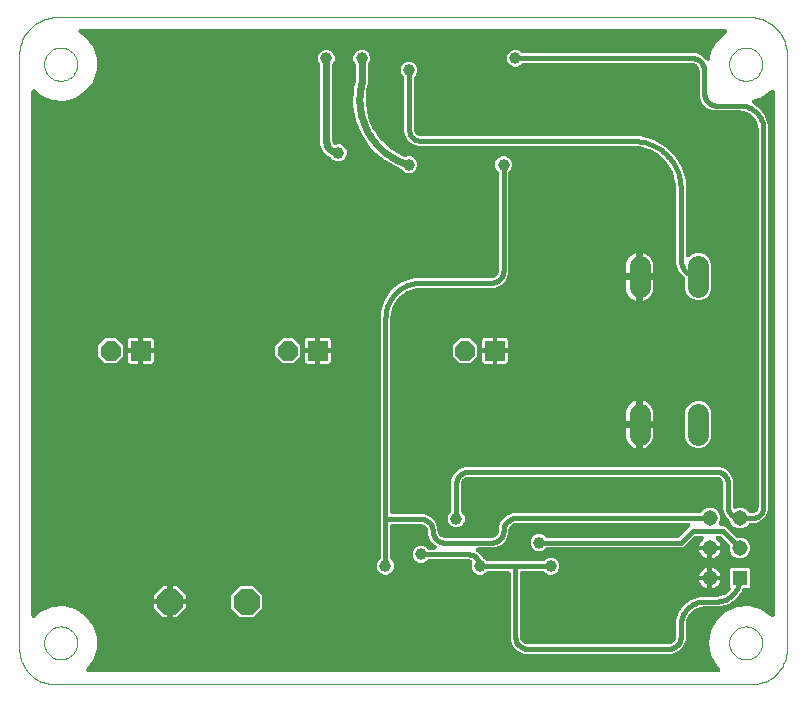
<source format=gtl>
G04 EAGLE Gerber RS-274X export*
G75*
%MOIN*%
%FSLAX34Y34*%
%LPD*%
%INTop copper*%
%IPPOS*%
%AMOC8*
5,1,8,0,0,1.08239X$1,22.5*%
G01*
%ADD10C,0.000000*%
%ADD11R,0.066000X0.066000*%
%ADD12P,0.071438X8X22.500000*%
%ADD13C,0.070500*%
%ADD14P,0.092003X8X22.500000*%
%ADD15R,0.051496X0.051496*%
%ADD16C,0.051496*%
%ADD17C,0.039622*%
%ADD18C,0.024000*%
%ADD19C,0.016000*%

G36*
X23296Y401D02*
X23296Y401D01*
X23298Y401D01*
X23304Y402D01*
X23310Y402D01*
X23312Y403D01*
X23314Y403D01*
X23319Y405D01*
X23325Y407D01*
X23327Y408D01*
X23329Y409D01*
X23334Y412D01*
X23339Y415D01*
X23340Y416D01*
X23342Y417D01*
X23346Y421D01*
X23351Y425D01*
X23352Y426D01*
X23354Y428D01*
X23357Y432D01*
X23361Y437D01*
X23362Y439D01*
X23363Y441D01*
X23365Y446D01*
X23368Y451D01*
X23368Y453D01*
X23369Y455D01*
X23371Y461D01*
X23372Y466D01*
X23372Y468D01*
X23373Y470D01*
X23373Y476D01*
X23373Y482D01*
X23373Y484D01*
X23373Y486D01*
X23372Y492D01*
X23371Y498D01*
X23371Y500D01*
X23370Y502D01*
X23368Y507D01*
X23366Y513D01*
X23365Y514D01*
X23364Y516D01*
X23361Y521D01*
X23358Y526D01*
X23357Y528D01*
X23356Y530D01*
X23349Y537D01*
X23348Y538D01*
X23250Y629D01*
X23059Y982D01*
X22992Y1378D01*
X23059Y1774D01*
X23250Y2127D01*
X23545Y2399D01*
X23913Y2561D01*
X24313Y2594D01*
X24703Y2495D01*
X25039Y2276D01*
X25048Y2264D01*
X25052Y2260D01*
X25055Y2256D01*
X25057Y2254D01*
X25059Y2253D01*
X25063Y2249D01*
X25068Y2246D01*
X25070Y2245D01*
X25072Y2244D01*
X25077Y2241D01*
X25082Y2239D01*
X25084Y2238D01*
X25086Y2237D01*
X25092Y2236D01*
X25097Y2235D01*
X25099Y2234D01*
X25102Y2234D01*
X25107Y2234D01*
X25113Y2233D01*
X25115Y2234D01*
X25117Y2234D01*
X25123Y2235D01*
X25128Y2235D01*
X25131Y2236D01*
X25133Y2237D01*
X25138Y2239D01*
X25143Y2240D01*
X25145Y2242D01*
X25148Y2243D01*
X25152Y2246D01*
X25157Y2248D01*
X25159Y2250D01*
X25161Y2251D01*
X25165Y2255D01*
X25169Y2259D01*
X25170Y2261D01*
X25172Y2263D01*
X25175Y2267D01*
X25178Y2271D01*
X25179Y2274D01*
X25181Y2276D01*
X25183Y2281D01*
X25185Y2286D01*
X25186Y2288D01*
X25187Y2290D01*
X25188Y2296D01*
X25189Y2301D01*
X25189Y2304D01*
X25190Y2306D01*
X25189Y2308D01*
X25190Y2313D01*
X25190Y19735D01*
X25189Y19740D01*
X25189Y19745D01*
X25188Y19748D01*
X25188Y19750D01*
X25187Y19755D01*
X25185Y19761D01*
X25184Y19763D01*
X25184Y19765D01*
X25181Y19770D01*
X25179Y19775D01*
X25177Y19777D01*
X25176Y19779D01*
X25173Y19783D01*
X25169Y19788D01*
X25168Y19789D01*
X25166Y19791D01*
X25162Y19795D01*
X25158Y19798D01*
X25156Y19800D01*
X25154Y19801D01*
X25149Y19804D01*
X25144Y19806D01*
X25142Y19807D01*
X25140Y19808D01*
X25134Y19810D01*
X25129Y19812D01*
X25127Y19812D01*
X25124Y19813D01*
X25119Y19813D01*
X25114Y19814D01*
X25111Y19814D01*
X25109Y19814D01*
X25103Y19813D01*
X25098Y19813D01*
X25095Y19812D01*
X25093Y19812D01*
X25088Y19810D01*
X25083Y19809D01*
X25080Y19808D01*
X25078Y19807D01*
X25073Y19804D01*
X25068Y19802D01*
X25066Y19800D01*
X25064Y19799D01*
X25060Y19795D01*
X25056Y19792D01*
X25054Y19790D01*
X25052Y19788D01*
X25051Y19787D01*
X25048Y19783D01*
X25039Y19772D01*
X24703Y19552D01*
X24484Y19496D01*
X24479Y19495D01*
X24475Y19494D01*
X24472Y19492D01*
X24469Y19491D01*
X24465Y19489D01*
X24461Y19486D01*
X24458Y19485D01*
X24455Y19483D01*
X24452Y19480D01*
X24448Y19477D01*
X24446Y19474D01*
X24444Y19472D01*
X24441Y19468D01*
X24438Y19465D01*
X24437Y19462D01*
X24435Y19459D01*
X24433Y19455D01*
X24430Y19451D01*
X24429Y19448D01*
X24428Y19445D01*
X24427Y19440D01*
X24426Y19436D01*
X24425Y19433D01*
X24425Y19430D01*
X24425Y19425D01*
X24424Y19420D01*
X24424Y19417D01*
X24424Y19414D01*
X24425Y19409D01*
X24426Y19404D01*
X24426Y19401D01*
X24427Y19398D01*
X24429Y19394D01*
X24430Y19389D01*
X24432Y19387D01*
X24433Y19384D01*
X24435Y19380D01*
X24438Y19375D01*
X24440Y19373D01*
X24441Y19370D01*
X24445Y19367D01*
X24448Y19363D01*
X24451Y19361D01*
X24452Y19359D01*
X24454Y19358D01*
X24457Y19356D01*
X24695Y19183D01*
X24871Y18940D01*
X24964Y18654D01*
X24964Y5801D01*
X24884Y5609D01*
X24737Y5462D01*
X24545Y5383D01*
X24366Y5383D01*
X24365Y5382D01*
X24363Y5383D01*
X24357Y5382D01*
X24350Y5381D01*
X24349Y5381D01*
X24348Y5380D01*
X24342Y5378D01*
X24335Y5376D01*
X24334Y5376D01*
X24333Y5375D01*
X24327Y5372D01*
X24322Y5369D01*
X24320Y5368D01*
X24319Y5367D01*
X24310Y5359D01*
X24207Y5257D01*
X24083Y5205D01*
X23948Y5205D01*
X23824Y5257D01*
X23729Y5352D01*
X23673Y5487D01*
X23672Y5489D01*
X23671Y5490D01*
X23668Y5496D01*
X23665Y5501D01*
X23664Y5502D01*
X23663Y5504D01*
X23656Y5513D01*
X23546Y5623D01*
X23461Y5827D01*
X23461Y6693D01*
X23461Y6696D01*
X23461Y6701D01*
X23458Y6731D01*
X23457Y6736D01*
X23456Y6742D01*
X23455Y6744D01*
X23455Y6746D01*
X23454Y6749D01*
X23452Y6753D01*
X23429Y6809D01*
X23429Y6810D01*
X23428Y6812D01*
X23425Y6817D01*
X23422Y6823D01*
X23421Y6824D01*
X23420Y6825D01*
X23412Y6834D01*
X23370Y6877D01*
X23369Y6877D01*
X23368Y6878D01*
X23367Y6879D01*
X23362Y6883D01*
X23358Y6887D01*
X23356Y6888D01*
X23355Y6889D01*
X23344Y6894D01*
X23289Y6917D01*
X23283Y6919D01*
X23278Y6920D01*
X23275Y6921D01*
X23274Y6921D01*
X23271Y6922D01*
X23266Y6923D01*
X23236Y6925D01*
X23233Y6925D01*
X23228Y6926D01*
X14961Y6926D01*
X14958Y6926D01*
X14953Y6925D01*
X14923Y6923D01*
X14917Y6921D01*
X14912Y6921D01*
X14909Y6920D01*
X14907Y6919D01*
X14905Y6918D01*
X14900Y6917D01*
X14845Y6894D01*
X14843Y6893D01*
X14842Y6893D01*
X14836Y6889D01*
X14831Y6886D01*
X14830Y6885D01*
X14828Y6884D01*
X14819Y6877D01*
X14777Y6834D01*
X14776Y6833D01*
X14774Y6832D01*
X14771Y6827D01*
X14767Y6822D01*
X14766Y6821D01*
X14765Y6819D01*
X14760Y6809D01*
X14737Y6753D01*
X14735Y6748D01*
X14733Y6742D01*
X14733Y6740D01*
X14732Y6738D01*
X14732Y6736D01*
X14731Y6731D01*
X14728Y6701D01*
X14728Y6698D01*
X14728Y6693D01*
X14728Y5778D01*
X14728Y5777D01*
X14728Y5775D01*
X14729Y5769D01*
X14729Y5763D01*
X14730Y5761D01*
X14730Y5760D01*
X14732Y5754D01*
X14734Y5747D01*
X14735Y5746D01*
X14735Y5745D01*
X14738Y5739D01*
X14741Y5734D01*
X14742Y5732D01*
X14743Y5731D01*
X14751Y5722D01*
X14803Y5670D01*
X14846Y5567D01*
X14846Y5456D01*
X14803Y5354D01*
X14725Y5275D01*
X14622Y5233D01*
X14511Y5233D01*
X14409Y5275D01*
X14331Y5354D01*
X14288Y5456D01*
X14288Y5567D01*
X14331Y5670D01*
X14383Y5722D01*
X14384Y5723D01*
X14385Y5724D01*
X14389Y5729D01*
X14393Y5734D01*
X14394Y5736D01*
X14395Y5737D01*
X14397Y5743D01*
X14400Y5748D01*
X14401Y5750D01*
X14401Y5751D01*
X14403Y5757D01*
X14405Y5764D01*
X14405Y5765D01*
X14405Y5766D01*
X14406Y5778D01*
X14406Y6803D01*
X14491Y7007D01*
X14647Y7163D01*
X14850Y7247D01*
X23339Y7247D01*
X23542Y7163D01*
X23698Y7007D01*
X23783Y6803D01*
X23783Y5937D01*
X23783Y5934D01*
X23783Y5929D01*
X23784Y5924D01*
X23785Y5919D01*
X23785Y5915D01*
X23786Y5912D01*
X23787Y5908D01*
X23789Y5904D01*
X23790Y5900D01*
X23792Y5897D01*
X23793Y5894D01*
X23796Y5890D01*
X23798Y5886D01*
X23800Y5884D01*
X23802Y5881D01*
X23805Y5878D01*
X23808Y5874D01*
X23811Y5872D01*
X23813Y5870D01*
X23817Y5867D01*
X23821Y5864D01*
X23824Y5863D01*
X23826Y5861D01*
X23831Y5860D01*
X23835Y5857D01*
X23838Y5857D01*
X23841Y5855D01*
X23846Y5855D01*
X23850Y5853D01*
X23853Y5853D01*
X23857Y5853D01*
X23861Y5853D01*
X23866Y5853D01*
X23869Y5853D01*
X23872Y5853D01*
X23877Y5854D01*
X23882Y5855D01*
X23885Y5856D01*
X23888Y5857D01*
X23890Y5857D01*
X23893Y5859D01*
X23948Y5882D01*
X24083Y5882D01*
X24207Y5830D01*
X24310Y5727D01*
X24311Y5726D01*
X24312Y5725D01*
X24317Y5721D01*
X24322Y5717D01*
X24324Y5717D01*
X24325Y5716D01*
X24331Y5713D01*
X24336Y5710D01*
X24338Y5709D01*
X24339Y5709D01*
X24345Y5707D01*
X24351Y5705D01*
X24353Y5705D01*
X24354Y5705D01*
X24366Y5704D01*
X24441Y5704D01*
X24444Y5704D01*
X24449Y5704D01*
X24473Y5707D01*
X24478Y5708D01*
X24484Y5709D01*
X24486Y5710D01*
X24488Y5710D01*
X24490Y5711D01*
X24495Y5712D01*
X24539Y5731D01*
X24541Y5731D01*
X24542Y5732D01*
X24548Y5735D01*
X24553Y5738D01*
X24554Y5739D01*
X24556Y5740D01*
X24565Y5748D01*
X24599Y5782D01*
X24600Y5783D01*
X24601Y5784D01*
X24605Y5789D01*
X24609Y5794D01*
X24609Y5795D01*
X24610Y5797D01*
X24616Y5807D01*
X24634Y5851D01*
X24636Y5857D01*
X24638Y5862D01*
X24638Y5865D01*
X24639Y5866D01*
X24639Y5869D01*
X24640Y5874D01*
X24642Y5898D01*
X24642Y5900D01*
X24642Y5906D01*
X24642Y18504D01*
X24642Y18506D01*
X24642Y18510D01*
X24635Y18596D01*
X24635Y18599D01*
X24635Y18603D01*
X24633Y18609D01*
X24633Y18611D01*
X24632Y18612D01*
X24632Y18614D01*
X24579Y18777D01*
X24576Y18783D01*
X24574Y18789D01*
X24573Y18790D01*
X24573Y18791D01*
X24571Y18794D01*
X24568Y18799D01*
X24467Y18938D01*
X24463Y18942D01*
X24458Y18947D01*
X24457Y18949D01*
X24456Y18949D01*
X24454Y18951D01*
X24449Y18955D01*
X24311Y19056D01*
X24305Y19059D01*
X24300Y19063D01*
X24298Y19063D01*
X24297Y19064D01*
X24295Y19065D01*
X24289Y19067D01*
X24126Y19120D01*
X24123Y19121D01*
X24119Y19122D01*
X24113Y19123D01*
X24110Y19123D01*
X24109Y19123D01*
X24108Y19124D01*
X24022Y19130D01*
X24020Y19130D01*
X24016Y19131D01*
X23118Y19131D01*
X22914Y19215D01*
X22758Y19371D01*
X22674Y19575D01*
X22674Y20472D01*
X22674Y20475D01*
X22674Y20480D01*
X22671Y20510D01*
X22669Y20516D01*
X22669Y20521D01*
X22668Y20524D01*
X22667Y20526D01*
X22666Y20528D01*
X22665Y20533D01*
X22642Y20588D01*
X22641Y20590D01*
X22641Y20591D01*
X22637Y20597D01*
X22635Y20602D01*
X22633Y20603D01*
X22633Y20605D01*
X22625Y20614D01*
X22582Y20656D01*
X22581Y20657D01*
X22580Y20659D01*
X22575Y20662D01*
X22570Y20666D01*
X22569Y20667D01*
X22567Y20668D01*
X22557Y20673D01*
X22501Y20696D01*
X22496Y20698D01*
X22490Y20700D01*
X22488Y20700D01*
X22486Y20701D01*
X22484Y20701D01*
X22479Y20702D01*
X22449Y20705D01*
X22446Y20705D01*
X22441Y20705D01*
X16802Y20705D01*
X16800Y20705D01*
X16799Y20705D01*
X16793Y20704D01*
X16786Y20704D01*
X16785Y20703D01*
X16783Y20703D01*
X16777Y20701D01*
X16771Y20699D01*
X16770Y20698D01*
X16768Y20698D01*
X16763Y20695D01*
X16757Y20692D01*
X16756Y20691D01*
X16755Y20690D01*
X16746Y20682D01*
X16693Y20630D01*
X16591Y20587D01*
X16480Y20587D01*
X16377Y20630D01*
X16299Y20708D01*
X16257Y20811D01*
X16257Y20922D01*
X16299Y21024D01*
X16377Y21103D01*
X16480Y21145D01*
X16591Y21145D01*
X16693Y21103D01*
X16746Y21050D01*
X16747Y21049D01*
X16748Y21048D01*
X16753Y21044D01*
X16758Y21040D01*
X16759Y21039D01*
X16761Y21039D01*
X16766Y21036D01*
X16772Y21033D01*
X16773Y21032D01*
X16775Y21032D01*
X16781Y21030D01*
X16787Y21028D01*
X16789Y21028D01*
X16790Y21028D01*
X16802Y21027D01*
X22551Y21027D01*
X22755Y20942D01*
X22889Y20809D01*
X22890Y20808D01*
X22891Y20806D01*
X22896Y20803D01*
X22901Y20799D01*
X22903Y20798D01*
X22904Y20797D01*
X22910Y20794D01*
X22915Y20791D01*
X22917Y20791D01*
X22918Y20790D01*
X22924Y20789D01*
X22930Y20787D01*
X22932Y20787D01*
X22934Y20786D01*
X22940Y20786D01*
X22946Y20786D01*
X22948Y20786D01*
X22949Y20786D01*
X22955Y20787D01*
X22961Y20787D01*
X22963Y20788D01*
X22965Y20788D01*
X22971Y20790D01*
X22976Y20792D01*
X22978Y20793D01*
X22980Y20794D01*
X22985Y20797D01*
X22990Y20800D01*
X22992Y20801D01*
X22993Y20802D01*
X22998Y20806D01*
X23002Y20810D01*
X23003Y20812D01*
X23005Y20813D01*
X23008Y20818D01*
X23012Y20823D01*
X23013Y20824D01*
X23014Y20826D01*
X23016Y20831D01*
X23019Y20837D01*
X23019Y20839D01*
X23020Y20840D01*
X23023Y20852D01*
X23059Y21065D01*
X23250Y21419D01*
X23545Y21691D01*
X23547Y21692D01*
X23553Y21695D01*
X23560Y21699D01*
X23561Y21699D01*
X23566Y21704D01*
X23572Y21709D01*
X23573Y21710D01*
X23577Y21715D01*
X23582Y21721D01*
X23582Y21722D01*
X23586Y21729D01*
X23589Y21735D01*
X23589Y21736D01*
X23591Y21743D01*
X23593Y21750D01*
X23593Y21751D01*
X23594Y21759D01*
X23594Y21766D01*
X23594Y21767D01*
X23593Y21774D01*
X23592Y21782D01*
X23592Y21783D01*
X23590Y21790D01*
X23587Y21797D01*
X23587Y21798D01*
X23583Y21804D01*
X23580Y21810D01*
X23579Y21811D01*
X23574Y21817D01*
X23569Y21822D01*
X23569Y21823D01*
X23568Y21823D01*
X23562Y21827D01*
X23557Y21832D01*
X23556Y21832D01*
X23549Y21835D01*
X23542Y21839D01*
X23541Y21839D01*
X23534Y21841D01*
X23527Y21842D01*
X23526Y21843D01*
X23524Y21843D01*
X23515Y21843D01*
X2047Y21843D01*
X2046Y21843D01*
X2039Y21842D01*
X2032Y21842D01*
X2031Y21842D01*
X2030Y21841D01*
X2024Y21839D01*
X2017Y21837D01*
X2016Y21837D01*
X2015Y21837D01*
X2009Y21833D01*
X2003Y21830D01*
X2002Y21829D01*
X1996Y21824D01*
X1991Y21819D01*
X1990Y21819D01*
X1990Y21818D01*
X1985Y21813D01*
X1981Y21807D01*
X1981Y21806D01*
X1980Y21806D01*
X1977Y21799D01*
X1974Y21793D01*
X1974Y21792D01*
X1973Y21792D01*
X1971Y21785D01*
X1969Y21778D01*
X1969Y21777D01*
X1969Y21776D01*
X1969Y21769D01*
X1968Y21762D01*
X1968Y21761D01*
X1969Y21754D01*
X1970Y21746D01*
X1971Y21745D01*
X1973Y21738D01*
X1975Y21732D01*
X1976Y21731D01*
X1976Y21730D01*
X1980Y21724D01*
X1983Y21718D01*
X1984Y21717D01*
X1989Y21711D01*
X1994Y21706D01*
X1995Y21705D01*
X2004Y21698D01*
X2204Y21567D01*
X2451Y21250D01*
X2581Y20870D01*
X2581Y20468D01*
X2451Y20089D01*
X2204Y19772D01*
X1868Y19552D01*
X1479Y19453D01*
X1078Y19486D01*
X711Y19648D01*
X534Y19811D01*
X528Y19815D01*
X523Y19819D01*
X522Y19820D01*
X521Y19820D01*
X515Y19823D01*
X509Y19826D01*
X508Y19826D01*
X507Y19827D01*
X500Y19829D01*
X494Y19830D01*
X493Y19831D01*
X492Y19831D01*
X485Y19831D01*
X478Y19832D01*
X477Y19831D01*
X476Y19832D01*
X469Y19831D01*
X462Y19830D01*
X461Y19829D01*
X460Y19829D01*
X454Y19827D01*
X447Y19825D01*
X446Y19824D01*
X445Y19824D01*
X440Y19820D01*
X434Y19817D01*
X433Y19816D01*
X432Y19815D01*
X427Y19811D01*
X422Y19806D01*
X421Y19805D01*
X420Y19805D01*
X416Y19799D01*
X412Y19794D01*
X412Y19793D01*
X411Y19792D01*
X408Y19786D01*
X406Y19780D01*
X405Y19778D01*
X405Y19777D01*
X403Y19771D01*
X402Y19764D01*
X402Y19763D01*
X401Y19762D01*
X401Y19759D01*
X401Y19752D01*
X401Y2295D01*
X401Y2288D01*
X402Y2281D01*
X402Y2280D01*
X402Y2279D01*
X404Y2273D01*
X406Y2266D01*
X407Y2265D01*
X407Y2264D01*
X410Y2258D01*
X413Y2252D01*
X414Y2251D01*
X415Y2250D01*
X419Y2245D01*
X423Y2240D01*
X424Y2239D01*
X425Y2238D01*
X430Y2234D01*
X435Y2230D01*
X436Y2229D01*
X437Y2228D01*
X443Y2225D01*
X449Y2222D01*
X450Y2222D01*
X451Y2221D01*
X458Y2219D01*
X464Y2217D01*
X465Y2217D01*
X466Y2217D01*
X473Y2216D01*
X480Y2216D01*
X481Y2216D01*
X482Y2216D01*
X489Y2216D01*
X495Y2217D01*
X496Y2217D01*
X498Y2218D01*
X504Y2220D01*
X510Y2222D01*
X511Y2222D01*
X513Y2223D01*
X518Y2226D01*
X524Y2229D01*
X525Y2230D01*
X526Y2230D01*
X528Y2232D01*
X534Y2237D01*
X711Y2399D01*
X1078Y2561D01*
X1479Y2594D01*
X1868Y2495D01*
X2204Y2276D01*
X2451Y1959D01*
X2581Y1579D01*
X2581Y1177D01*
X2451Y797D01*
X2242Y529D01*
X2240Y526D01*
X2238Y523D01*
X2236Y519D01*
X2234Y515D01*
X2232Y512D01*
X2231Y509D01*
X2230Y505D01*
X2228Y501D01*
X2227Y497D01*
X2226Y494D01*
X2226Y489D01*
X2225Y485D01*
X2226Y482D01*
X2225Y478D01*
X2226Y474D01*
X2226Y469D01*
X2227Y466D01*
X2227Y462D01*
X2229Y458D01*
X2230Y454D01*
X2231Y451D01*
X2232Y447D01*
X2234Y444D01*
X2236Y440D01*
X2238Y437D01*
X2240Y434D01*
X2243Y430D01*
X2246Y427D01*
X2248Y425D01*
X2251Y422D01*
X2254Y419D01*
X2257Y416D01*
X2260Y414D01*
X2263Y412D01*
X2267Y410D01*
X2271Y408D01*
X2274Y407D01*
X2277Y406D01*
X2282Y404D01*
X2286Y403D01*
X2289Y402D01*
X2293Y402D01*
X2299Y401D01*
X2301Y401D01*
X2303Y401D01*
X2305Y401D01*
X23294Y401D01*
X23296Y401D01*
G37*
%LPC*%
G36*
X16819Y1020D02*
X16819Y1020D01*
X16615Y1105D01*
X16459Y1261D01*
X16375Y1465D01*
X16375Y3697D01*
X16375Y3698D01*
X16375Y3699D01*
X16374Y3706D01*
X16373Y3713D01*
X16373Y3714D01*
X16373Y3715D01*
X16371Y3721D01*
X16368Y3728D01*
X16368Y3729D01*
X16368Y3730D01*
X16364Y3736D01*
X16361Y3742D01*
X16360Y3742D01*
X16360Y3743D01*
X16355Y3748D01*
X16351Y3754D01*
X16350Y3754D01*
X16349Y3755D01*
X16344Y3759D01*
X16338Y3764D01*
X16337Y3765D01*
X16331Y3768D01*
X16324Y3771D01*
X16323Y3771D01*
X16316Y3773D01*
X16309Y3775D01*
X16308Y3775D01*
X16307Y3775D01*
X16295Y3776D01*
X15621Y3776D01*
X15619Y3776D01*
X15618Y3776D01*
X15611Y3775D01*
X15605Y3775D01*
X15604Y3774D01*
X15602Y3774D01*
X15596Y3772D01*
X15590Y3770D01*
X15589Y3769D01*
X15587Y3769D01*
X15582Y3766D01*
X15576Y3762D01*
X15575Y3762D01*
X15574Y3761D01*
X15565Y3753D01*
X15512Y3701D01*
X15410Y3658D01*
X15299Y3658D01*
X15196Y3701D01*
X15118Y3779D01*
X15075Y3882D01*
X15075Y3992D01*
X15097Y4044D01*
X15097Y4045D01*
X15097Y4046D01*
X15099Y4052D01*
X15101Y4059D01*
X15101Y4060D01*
X15102Y4061D01*
X15102Y4068D01*
X15103Y4075D01*
X15103Y4076D01*
X15103Y4077D01*
X15102Y4083D01*
X15101Y4090D01*
X15101Y4091D01*
X15101Y4092D01*
X15098Y4099D01*
X15096Y4105D01*
X15096Y4106D01*
X15096Y4107D01*
X15092Y4113D01*
X15089Y4119D01*
X15088Y4120D01*
X15088Y4121D01*
X15083Y4126D01*
X15079Y4131D01*
X15078Y4132D01*
X15077Y4133D01*
X15072Y4137D01*
X15066Y4141D01*
X15065Y4141D01*
X15064Y4142D01*
X15054Y4147D01*
X15021Y4161D01*
X15015Y4163D01*
X15010Y4165D01*
X15007Y4165D01*
X15006Y4166D01*
X15003Y4166D01*
X14998Y4167D01*
X14968Y4170D01*
X14966Y4170D01*
X14961Y4170D01*
X13652Y4170D01*
X13651Y4170D01*
X13649Y4170D01*
X13643Y4169D01*
X13637Y4168D01*
X13635Y4168D01*
X13634Y4168D01*
X13628Y4166D01*
X13621Y4164D01*
X13620Y4163D01*
X13619Y4163D01*
X13613Y4159D01*
X13608Y4156D01*
X13607Y4155D01*
X13605Y4154D01*
X13596Y4147D01*
X13544Y4094D01*
X13441Y4052D01*
X13330Y4052D01*
X13228Y4094D01*
X13149Y4173D01*
X13107Y4275D01*
X13107Y4386D01*
X13149Y4489D01*
X13228Y4567D01*
X13330Y4610D01*
X13441Y4610D01*
X13544Y4567D01*
X13596Y4515D01*
X13597Y4514D01*
X13598Y4513D01*
X13603Y4509D01*
X13608Y4505D01*
X13610Y4504D01*
X13611Y4503D01*
X13617Y4500D01*
X13622Y4497D01*
X13624Y4497D01*
X13625Y4496D01*
X13631Y4495D01*
X13638Y4493D01*
X13639Y4493D01*
X13640Y4492D01*
X13652Y4491D01*
X13839Y4491D01*
X13847Y4492D01*
X13855Y4493D01*
X13862Y4495D01*
X13870Y4498D01*
X13877Y4502D01*
X13883Y4505D01*
X13884Y4505D01*
X13884Y4506D01*
X13890Y4510D01*
X13896Y4515D01*
X13896Y4516D01*
X13901Y4522D01*
X13905Y4528D01*
X13906Y4528D01*
X13909Y4535D01*
X13913Y4542D01*
X13915Y4550D01*
X13917Y4557D01*
X13917Y4565D01*
X13918Y4573D01*
X13917Y4581D01*
X13916Y4588D01*
X13916Y4589D01*
X13914Y4596D01*
X13911Y4603D01*
X13911Y4604D01*
X13907Y4610D01*
X13903Y4617D01*
X13898Y4623D01*
X13893Y4629D01*
X13892Y4629D01*
X13886Y4634D01*
X13880Y4638D01*
X13880Y4639D01*
X13869Y4644D01*
X13859Y4648D01*
X13703Y4804D01*
X13619Y5008D01*
X13619Y5118D01*
X13619Y5121D01*
X13618Y5126D01*
X13615Y5156D01*
X13614Y5161D01*
X13614Y5167D01*
X13613Y5170D01*
X13612Y5171D01*
X13611Y5174D01*
X13610Y5178D01*
X13587Y5234D01*
X13586Y5235D01*
X13585Y5237D01*
X13582Y5242D01*
X13579Y5248D01*
X13578Y5249D01*
X13577Y5251D01*
X13570Y5260D01*
X13527Y5302D01*
X13526Y5303D01*
X13525Y5304D01*
X13520Y5308D01*
X13515Y5312D01*
X13514Y5313D01*
X13512Y5314D01*
X13502Y5319D01*
X13446Y5342D01*
X13441Y5344D01*
X13435Y5346D01*
X13433Y5346D01*
X13431Y5347D01*
X13428Y5347D01*
X13424Y5348D01*
X13394Y5351D01*
X13391Y5351D01*
X13386Y5351D01*
X12445Y5351D01*
X12444Y5351D01*
X12443Y5351D01*
X12436Y5350D01*
X12429Y5349D01*
X12428Y5349D01*
X12427Y5349D01*
X12421Y5347D01*
X12414Y5345D01*
X12413Y5344D01*
X12412Y5344D01*
X12406Y5341D01*
X12400Y5337D01*
X12399Y5337D01*
X12398Y5336D01*
X12393Y5332D01*
X12388Y5327D01*
X12387Y5326D01*
X12382Y5320D01*
X12378Y5315D01*
X12378Y5314D01*
X12377Y5313D01*
X12374Y5307D01*
X12371Y5301D01*
X12371Y5300D01*
X12370Y5299D01*
X12369Y5292D01*
X12367Y5286D01*
X12367Y5285D01*
X12366Y5284D01*
X12365Y5272D01*
X12365Y4203D01*
X12366Y4203D01*
X12365Y4203D01*
X12366Y4202D01*
X12366Y4201D01*
X12366Y4194D01*
X12367Y4188D01*
X12367Y4186D01*
X12368Y4185D01*
X12370Y4179D01*
X12372Y4173D01*
X12372Y4171D01*
X12373Y4170D01*
X12376Y4164D01*
X12379Y4159D01*
X12380Y4158D01*
X12381Y4156D01*
X12389Y4147D01*
X12441Y4095D01*
X12484Y3992D01*
X12484Y3882D01*
X12441Y3779D01*
X12363Y3701D01*
X12260Y3658D01*
X12149Y3658D01*
X12047Y3701D01*
X11968Y3779D01*
X11926Y3882D01*
X11926Y3992D01*
X11968Y4095D01*
X12021Y4147D01*
X12022Y4149D01*
X12023Y4150D01*
X12027Y4155D01*
X12031Y4160D01*
X12031Y4161D01*
X12032Y4162D01*
X12035Y4168D01*
X12038Y4174D01*
X12039Y4175D01*
X12039Y4176D01*
X12041Y4183D01*
X12043Y4189D01*
X12043Y4190D01*
X12043Y4192D01*
X12044Y4203D01*
X12044Y12417D01*
X12175Y12822D01*
X12425Y13165D01*
X12769Y13415D01*
X13173Y13547D01*
X15748Y13547D01*
X15751Y13547D01*
X15756Y13547D01*
X15786Y13550D01*
X15791Y13551D01*
X15797Y13552D01*
X15800Y13553D01*
X15801Y13553D01*
X15804Y13554D01*
X15808Y13556D01*
X15864Y13579D01*
X15865Y13579D01*
X15867Y13580D01*
X15872Y13583D01*
X15878Y13586D01*
X15879Y13587D01*
X15880Y13588D01*
X15889Y13596D01*
X15932Y13638D01*
X15933Y13639D01*
X15934Y13641D01*
X15938Y13646D01*
X15942Y13650D01*
X15943Y13652D01*
X15944Y13653D01*
X15949Y13664D01*
X15972Y13719D01*
X15974Y13725D01*
X15976Y13730D01*
X15976Y13733D01*
X15977Y13734D01*
X15977Y13737D01*
X15978Y13742D01*
X15981Y13772D01*
X15981Y13774D01*
X15981Y13780D01*
X15981Y17056D01*
X15981Y17058D01*
X15981Y17059D01*
X15980Y17066D01*
X15979Y17072D01*
X15979Y17074D01*
X15979Y17075D01*
X15977Y17081D01*
X15975Y17087D01*
X15974Y17088D01*
X15974Y17090D01*
X15970Y17095D01*
X15967Y17101D01*
X15966Y17102D01*
X15966Y17103D01*
X15958Y17112D01*
X15905Y17165D01*
X15863Y17267D01*
X15863Y17378D01*
X15905Y17481D01*
X15984Y17559D01*
X16086Y17602D01*
X16197Y17602D01*
X16300Y17559D01*
X16378Y17481D01*
X16421Y17378D01*
X16421Y17267D01*
X16378Y17165D01*
X16326Y17112D01*
X16325Y17111D01*
X16324Y17110D01*
X16320Y17105D01*
X16316Y17100D01*
X16315Y17099D01*
X16314Y17098D01*
X16311Y17092D01*
X16308Y17086D01*
X16308Y17085D01*
X16307Y17084D01*
X16306Y17077D01*
X16304Y17071D01*
X16304Y17070D01*
X16303Y17068D01*
X16302Y17056D01*
X16302Y13669D01*
X16218Y13465D01*
X16062Y13309D01*
X15858Y13225D01*
X13386Y13225D01*
X13384Y13225D01*
X13380Y13225D01*
X13232Y13213D01*
X13229Y13213D01*
X13226Y13212D01*
X13219Y13211D01*
X13217Y13210D01*
X13216Y13210D01*
X13214Y13210D01*
X12934Y13119D01*
X12928Y13116D01*
X12922Y13114D01*
X12921Y13113D01*
X12920Y13112D01*
X12917Y13111D01*
X12912Y13107D01*
X12674Y12934D01*
X12669Y12930D01*
X12664Y12926D01*
X12663Y12925D01*
X12662Y12924D01*
X12660Y12922D01*
X12656Y12917D01*
X12483Y12679D01*
X12480Y12673D01*
X12476Y12667D01*
X12476Y12666D01*
X12475Y12665D01*
X12474Y12662D01*
X12472Y12656D01*
X12381Y12376D01*
X12380Y12373D01*
X12379Y12370D01*
X12378Y12364D01*
X12378Y12361D01*
X12378Y12360D01*
X12377Y12358D01*
X12366Y12211D01*
X12366Y12209D01*
X12365Y12205D01*
X12365Y5752D01*
X12366Y5751D01*
X12365Y5750D01*
X12366Y5743D01*
X12367Y5736D01*
X12367Y5735D01*
X12367Y5734D01*
X12370Y5728D01*
X12372Y5721D01*
X12372Y5720D01*
X12372Y5719D01*
X12376Y5713D01*
X12379Y5707D01*
X12380Y5706D01*
X12385Y5700D01*
X12389Y5695D01*
X12390Y5694D01*
X12391Y5694D01*
X12396Y5690D01*
X12402Y5685D01*
X12403Y5685D01*
X12403Y5684D01*
X12410Y5681D01*
X12416Y5678D01*
X12417Y5678D01*
X12418Y5677D01*
X12424Y5676D01*
X12431Y5674D01*
X12432Y5674D01*
X12433Y5673D01*
X12445Y5673D01*
X13496Y5673D01*
X13700Y5588D01*
X13856Y5432D01*
X13940Y5228D01*
X13940Y5118D01*
X13941Y5115D01*
X13941Y5110D01*
X13944Y5080D01*
X13945Y5075D01*
X13946Y5069D01*
X13946Y5067D01*
X13947Y5065D01*
X13948Y5062D01*
X13949Y5058D01*
X13972Y5002D01*
X13973Y5001D01*
X13974Y4999D01*
X13977Y4994D01*
X13980Y4988D01*
X13981Y4987D01*
X13982Y4986D01*
X13989Y4977D01*
X14032Y4934D01*
X14033Y4933D01*
X14034Y4932D01*
X14039Y4928D01*
X14044Y4924D01*
X14046Y4923D01*
X14047Y4922D01*
X14058Y4917D01*
X14113Y4894D01*
X14118Y4892D01*
X14124Y4891D01*
X14126Y4890D01*
X14128Y4890D01*
X14131Y4889D01*
X14135Y4888D01*
X14165Y4886D01*
X14168Y4886D01*
X14173Y4885D01*
X15748Y4885D01*
X15751Y4885D01*
X15756Y4886D01*
X15786Y4888D01*
X15791Y4890D01*
X15797Y4890D01*
X15800Y4891D01*
X15801Y4892D01*
X15804Y4893D01*
X15808Y4894D01*
X15864Y4917D01*
X15865Y4918D01*
X15867Y4918D01*
X15872Y4922D01*
X15878Y4925D01*
X15879Y4926D01*
X15880Y4927D01*
X15889Y4934D01*
X15932Y4977D01*
X15933Y4977D01*
X15933Y4978D01*
X15934Y4979D01*
X15938Y4984D01*
X15942Y4989D01*
X15942Y4990D01*
X15943Y4991D01*
X15944Y4992D01*
X15949Y5002D01*
X15972Y5058D01*
X15974Y5063D01*
X15976Y5069D01*
X15976Y5071D01*
X15977Y5073D01*
X15977Y5075D01*
X15978Y5080D01*
X15981Y5110D01*
X15981Y5113D01*
X15981Y5118D01*
X15981Y5235D01*
X16070Y5450D01*
X16235Y5615D01*
X16450Y5704D01*
X22665Y5704D01*
X22667Y5704D01*
X22668Y5704D01*
X22675Y5705D01*
X22681Y5706D01*
X22682Y5706D01*
X22684Y5706D01*
X22690Y5708D01*
X22696Y5710D01*
X22697Y5711D01*
X22699Y5711D01*
X22704Y5715D01*
X22710Y5718D01*
X22711Y5719D01*
X22712Y5720D01*
X22721Y5727D01*
X22824Y5830D01*
X22948Y5882D01*
X23083Y5882D01*
X23207Y5830D01*
X23302Y5735D01*
X23354Y5611D01*
X23354Y5476D01*
X23318Y5388D01*
X23317Y5388D01*
X23317Y5387D01*
X23315Y5380D01*
X23313Y5373D01*
X23313Y5372D01*
X23312Y5365D01*
X23312Y5358D01*
X23312Y5357D01*
X23312Y5356D01*
X23313Y5349D01*
X23313Y5342D01*
X23314Y5341D01*
X23314Y5340D01*
X23316Y5334D01*
X23318Y5327D01*
X23318Y5326D01*
X23319Y5326D01*
X23322Y5319D01*
X23326Y5313D01*
X23327Y5312D01*
X23331Y5307D01*
X23336Y5301D01*
X23337Y5301D01*
X23337Y5300D01*
X23343Y5296D01*
X23348Y5291D01*
X23349Y5291D01*
X23350Y5291D01*
X23356Y5287D01*
X23362Y5284D01*
X23363Y5284D01*
X23364Y5284D01*
X23371Y5282D01*
X23378Y5280D01*
X23379Y5280D01*
X23391Y5279D01*
X23473Y5279D01*
X23532Y5254D01*
X23882Y4905D01*
X23883Y4904D01*
X23884Y4903D01*
X23889Y4899D01*
X23894Y4895D01*
X23895Y4894D01*
X23896Y4893D01*
X23902Y4890D01*
X23908Y4887D01*
X23909Y4887D01*
X23911Y4886D01*
X23917Y4885D01*
X23923Y4883D01*
X23924Y4883D01*
X23926Y4882D01*
X23938Y4882D01*
X24083Y4882D01*
X24207Y4830D01*
X24302Y4735D01*
X24354Y4611D01*
X24354Y4476D01*
X24302Y4352D01*
X24207Y4257D01*
X24083Y4205D01*
X23948Y4205D01*
X23824Y4257D01*
X23729Y4352D01*
X23678Y4476D01*
X23678Y4621D01*
X23677Y4623D01*
X23677Y4624D01*
X23677Y4631D01*
X23676Y4637D01*
X23676Y4638D01*
X23675Y4640D01*
X23673Y4646D01*
X23671Y4652D01*
X23671Y4653D01*
X23670Y4655D01*
X23667Y4660D01*
X23664Y4666D01*
X23663Y4667D01*
X23662Y4668D01*
X23654Y4677D01*
X23398Y4934D01*
X23396Y4935D01*
X23395Y4936D01*
X23390Y4940D01*
X23385Y4944D01*
X23384Y4945D01*
X23383Y4946D01*
X23377Y4949D01*
X23371Y4952D01*
X23370Y4952D01*
X23369Y4953D01*
X23362Y4954D01*
X23356Y4956D01*
X23355Y4956D01*
X23353Y4956D01*
X23342Y4957D01*
X23299Y4957D01*
X23293Y4957D01*
X23286Y4956D01*
X23285Y4956D01*
X23284Y4956D01*
X23277Y4954D01*
X23271Y4952D01*
X23270Y4951D01*
X23268Y4951D01*
X23263Y4948D01*
X23257Y4945D01*
X23256Y4944D01*
X23255Y4944D01*
X23249Y4939D01*
X23244Y4935D01*
X23243Y4934D01*
X23242Y4933D01*
X23238Y4928D01*
X23234Y4923D01*
X23233Y4922D01*
X23233Y4921D01*
X23230Y4915D01*
X23226Y4909D01*
X23226Y4908D01*
X23225Y4907D01*
X23224Y4901D01*
X23222Y4894D01*
X23221Y4893D01*
X23221Y4892D01*
X23221Y4885D01*
X23220Y4879D01*
X23220Y4877D01*
X23220Y4876D01*
X23221Y4869D01*
X23221Y4863D01*
X23222Y4862D01*
X23222Y4860D01*
X23224Y4854D01*
X23226Y4848D01*
X23227Y4847D01*
X23227Y4846D01*
X23230Y4840D01*
X23234Y4834D01*
X23234Y4833D01*
X23235Y4832D01*
X23239Y4827D01*
X23244Y4822D01*
X23245Y4821D01*
X23245Y4820D01*
X23247Y4819D01*
X23289Y4777D01*
X23322Y4731D01*
X23348Y4681D01*
X23365Y4627D01*
X23366Y4623D01*
X23016Y4623D01*
X22666Y4623D01*
X22666Y4627D01*
X22684Y4681D01*
X22709Y4731D01*
X22743Y4777D01*
X22786Y4821D01*
X22789Y4823D01*
X22790Y4824D01*
X22791Y4824D01*
X22795Y4830D01*
X22799Y4835D01*
X22799Y4836D01*
X22800Y4837D01*
X22803Y4843D01*
X22806Y4849D01*
X22806Y4850D01*
X22807Y4851D01*
X22809Y4858D01*
X22810Y4864D01*
X22810Y4865D01*
X22811Y4867D01*
X22811Y4873D01*
X22812Y4880D01*
X22811Y4881D01*
X22811Y4882D01*
X22810Y4889D01*
X22810Y4896D01*
X22809Y4897D01*
X22809Y4898D01*
X22807Y4904D01*
X22805Y4911D01*
X22804Y4912D01*
X22804Y4913D01*
X22800Y4919D01*
X22797Y4924D01*
X22796Y4925D01*
X22795Y4926D01*
X22791Y4931D01*
X22786Y4936D01*
X22785Y4937D01*
X22784Y4938D01*
X22779Y4942D01*
X22774Y4946D01*
X22773Y4946D01*
X22772Y4947D01*
X22765Y4950D01*
X22759Y4953D01*
X22758Y4953D01*
X22757Y4953D01*
X22751Y4955D01*
X22744Y4956D01*
X22743Y4957D01*
X22742Y4957D01*
X22739Y4957D01*
X22732Y4957D01*
X22540Y4957D01*
X22539Y4957D01*
X22537Y4957D01*
X22531Y4956D01*
X22525Y4956D01*
X22523Y4955D01*
X22522Y4955D01*
X22516Y4953D01*
X22510Y4951D01*
X22508Y4950D01*
X22507Y4950D01*
X22501Y4947D01*
X22496Y4944D01*
X22495Y4943D01*
X22493Y4942D01*
X22484Y4934D01*
X22138Y4588D01*
X22079Y4564D01*
X17589Y4564D01*
X17588Y4564D01*
X17586Y4564D01*
X17580Y4563D01*
X17574Y4562D01*
X17572Y4562D01*
X17571Y4561D01*
X17565Y4559D01*
X17558Y4557D01*
X17557Y4557D01*
X17556Y4556D01*
X17550Y4553D01*
X17545Y4550D01*
X17544Y4549D01*
X17542Y4548D01*
X17533Y4540D01*
X17481Y4488D01*
X17378Y4446D01*
X17267Y4446D01*
X17165Y4488D01*
X17086Y4566D01*
X17044Y4669D01*
X17044Y4780D01*
X17086Y4882D01*
X17165Y4961D01*
X17267Y5003D01*
X17378Y5003D01*
X17481Y4961D01*
X17533Y4908D01*
X17534Y4907D01*
X17535Y4906D01*
X17540Y4902D01*
X17545Y4898D01*
X17547Y4898D01*
X17548Y4897D01*
X17554Y4894D01*
X17559Y4891D01*
X17561Y4891D01*
X17562Y4890D01*
X17568Y4888D01*
X17575Y4887D01*
X17576Y4886D01*
X17577Y4886D01*
X17589Y4885D01*
X21948Y4885D01*
X21949Y4885D01*
X21951Y4885D01*
X21957Y4886D01*
X21964Y4887D01*
X21965Y4887D01*
X21966Y4887D01*
X21972Y4889D01*
X21979Y4891D01*
X21980Y4892D01*
X21981Y4893D01*
X21987Y4896D01*
X21992Y4899D01*
X21994Y4900D01*
X21995Y4901D01*
X22004Y4908D01*
X22294Y5198D01*
X22343Y5247D01*
X22343Y5248D01*
X22348Y5254D01*
X22353Y5259D01*
X22353Y5260D01*
X22357Y5267D01*
X22360Y5273D01*
X22360Y5274D01*
X22363Y5281D01*
X22365Y5289D01*
X22365Y5290D01*
X22365Y5297D01*
X22366Y5304D01*
X22366Y5305D01*
X22365Y5313D01*
X22364Y5320D01*
X22364Y5321D01*
X22362Y5328D01*
X22359Y5335D01*
X22359Y5336D01*
X22355Y5342D01*
X22352Y5349D01*
X22351Y5349D01*
X22351Y5350D01*
X22346Y5355D01*
X22341Y5361D01*
X22335Y5366D01*
X22329Y5370D01*
X22328Y5371D01*
X22321Y5374D01*
X22315Y5377D01*
X22314Y5378D01*
X22307Y5380D01*
X22300Y5382D01*
X22299Y5382D01*
X22287Y5383D01*
X16567Y5383D01*
X16564Y5382D01*
X16559Y5382D01*
X16523Y5379D01*
X16517Y5377D01*
X16512Y5377D01*
X16509Y5376D01*
X16508Y5376D01*
X16505Y5375D01*
X16500Y5373D01*
X16434Y5345D01*
X16432Y5345D01*
X16431Y5344D01*
X16425Y5341D01*
X16420Y5338D01*
X16418Y5337D01*
X16417Y5336D01*
X16408Y5328D01*
X16357Y5277D01*
X16356Y5276D01*
X16355Y5275D01*
X16351Y5270D01*
X16347Y5265D01*
X16346Y5263D01*
X16345Y5262D01*
X16340Y5251D01*
X16312Y5185D01*
X16310Y5179D01*
X16308Y5174D01*
X16308Y5171D01*
X16308Y5169D01*
X16307Y5167D01*
X16306Y5162D01*
X16303Y5126D01*
X16303Y5123D01*
X16302Y5118D01*
X16302Y5008D01*
X16218Y4804D01*
X16062Y4648D01*
X15858Y4564D01*
X15295Y4564D01*
X15287Y4563D01*
X15279Y4562D01*
X15272Y4560D01*
X15264Y4557D01*
X15257Y4554D01*
X15250Y4550D01*
X15244Y4545D01*
X15238Y4540D01*
X15238Y4539D01*
X15233Y4533D01*
X15228Y4527D01*
X15225Y4520D01*
X15221Y4513D01*
X15219Y4506D01*
X15217Y4498D01*
X15216Y4490D01*
X15216Y4482D01*
X15217Y4474D01*
X15218Y4467D01*
X15218Y4466D01*
X15220Y4459D01*
X15223Y4452D01*
X15223Y4451D01*
X15227Y4445D01*
X15231Y4438D01*
X15236Y4432D01*
X15241Y4426D01*
X15248Y4421D01*
X15254Y4417D01*
X15265Y4411D01*
X15275Y4407D01*
X15431Y4251D01*
X15440Y4228D01*
X15441Y4227D01*
X15441Y4226D01*
X15444Y4220D01*
X15447Y4215D01*
X15448Y4213D01*
X15449Y4212D01*
X15453Y4207D01*
X15458Y4202D01*
X15459Y4201D01*
X15460Y4200D01*
X15465Y4197D01*
X15470Y4192D01*
X15471Y4192D01*
X15472Y4191D01*
X15483Y4186D01*
X15512Y4173D01*
X15565Y4121D01*
X15566Y4120D01*
X15567Y4119D01*
X15572Y4115D01*
X15577Y4111D01*
X15578Y4110D01*
X15579Y4109D01*
X15585Y4107D01*
X15591Y4104D01*
X15592Y4103D01*
X15594Y4103D01*
X15600Y4101D01*
X15606Y4099D01*
X15608Y4099D01*
X15609Y4099D01*
X15621Y4098D01*
X17450Y4098D01*
X17452Y4098D01*
X17453Y4098D01*
X17459Y4099D01*
X17466Y4099D01*
X17467Y4100D01*
X17469Y4100D01*
X17475Y4102D01*
X17481Y4104D01*
X17482Y4105D01*
X17484Y4105D01*
X17489Y4108D01*
X17495Y4112D01*
X17496Y4112D01*
X17497Y4113D01*
X17506Y4121D01*
X17559Y4173D01*
X17661Y4216D01*
X17772Y4216D01*
X17874Y4173D01*
X17953Y4095D01*
X17995Y3992D01*
X17995Y3882D01*
X17953Y3779D01*
X17874Y3701D01*
X17772Y3658D01*
X17661Y3658D01*
X17559Y3701D01*
X17506Y3753D01*
X17505Y3754D01*
X17504Y3755D01*
X17499Y3759D01*
X17494Y3763D01*
X17493Y3764D01*
X17491Y3765D01*
X17486Y3767D01*
X17480Y3770D01*
X17479Y3771D01*
X17477Y3771D01*
X17471Y3773D01*
X17465Y3775D01*
X17463Y3775D01*
X17462Y3775D01*
X17450Y3776D01*
X16775Y3776D01*
X16774Y3776D01*
X16773Y3776D01*
X16767Y3775D01*
X16760Y3775D01*
X16759Y3774D01*
X16758Y3774D01*
X16751Y3772D01*
X16745Y3770D01*
X16744Y3770D01*
X16743Y3769D01*
X16737Y3766D01*
X16731Y3762D01*
X16730Y3762D01*
X16729Y3761D01*
X16724Y3757D01*
X16719Y3752D01*
X16718Y3752D01*
X16717Y3751D01*
X16713Y3745D01*
X16709Y3740D01*
X16708Y3739D01*
X16708Y3738D01*
X16705Y3732D01*
X16702Y3726D01*
X16701Y3725D01*
X16701Y3724D01*
X16699Y3717D01*
X16697Y3711D01*
X16697Y3710D01*
X16697Y3709D01*
X16696Y3697D01*
X16696Y1575D01*
X16696Y1572D01*
X16697Y1567D01*
X16700Y1537D01*
X16701Y1531D01*
X16701Y1526D01*
X16702Y1523D01*
X16703Y1522D01*
X16704Y1519D01*
X16705Y1514D01*
X16728Y1459D01*
X16729Y1458D01*
X16729Y1456D01*
X16733Y1451D01*
X16736Y1445D01*
X16737Y1444D01*
X16738Y1442D01*
X16745Y1433D01*
X16788Y1391D01*
X16789Y1390D01*
X16790Y1389D01*
X16795Y1385D01*
X16800Y1381D01*
X16801Y1380D01*
X16803Y1379D01*
X16813Y1374D01*
X16869Y1351D01*
X16874Y1349D01*
X16880Y1347D01*
X16882Y1347D01*
X16884Y1346D01*
X16887Y1346D01*
X16891Y1345D01*
X16921Y1342D01*
X16924Y1342D01*
X16929Y1342D01*
X21654Y1342D01*
X21656Y1342D01*
X21661Y1342D01*
X21691Y1345D01*
X21697Y1346D01*
X21703Y1347D01*
X21705Y1348D01*
X21707Y1348D01*
X21709Y1349D01*
X21714Y1351D01*
X21769Y1374D01*
X21771Y1375D01*
X21772Y1375D01*
X21778Y1378D01*
X21783Y1381D01*
X21784Y1382D01*
X21786Y1383D01*
X21795Y1391D01*
X21837Y1433D01*
X21838Y1435D01*
X21840Y1436D01*
X21843Y1441D01*
X21847Y1446D01*
X21848Y1447D01*
X21849Y1448D01*
X21855Y1459D01*
X21878Y1514D01*
X21879Y1520D01*
X21881Y1525D01*
X21882Y1528D01*
X21882Y1530D01*
X21882Y1532D01*
X21883Y1537D01*
X21886Y1567D01*
X21886Y1570D01*
X21886Y1575D01*
X21886Y2119D01*
X21979Y2404D01*
X22156Y2647D01*
X22399Y2824D01*
X22684Y2917D01*
X23228Y2917D01*
X23231Y2917D01*
X23235Y2917D01*
X23320Y2924D01*
X23324Y2924D01*
X23327Y2924D01*
X23333Y2926D01*
X23336Y2926D01*
X23337Y2927D01*
X23338Y2927D01*
X23501Y2980D01*
X23507Y2983D01*
X23513Y2985D01*
X23515Y2986D01*
X23516Y2987D01*
X23518Y2988D01*
X23523Y2991D01*
X23662Y3092D01*
X23667Y3096D01*
X23672Y3101D01*
X23673Y3102D01*
X23674Y3103D01*
X23675Y3105D01*
X23680Y3110D01*
X23699Y3136D01*
X23700Y3139D01*
X23702Y3141D01*
X23704Y3145D01*
X23707Y3150D01*
X23708Y3153D01*
X23709Y3155D01*
X23710Y3160D01*
X23712Y3165D01*
X23712Y3168D01*
X23713Y3170D01*
X23713Y3175D01*
X23714Y3181D01*
X23714Y3183D01*
X23714Y3186D01*
X23713Y3191D01*
X23713Y3196D01*
X23712Y3199D01*
X23712Y3202D01*
X23710Y3206D01*
X23709Y3212D01*
X23708Y3214D01*
X23707Y3216D01*
X23704Y3221D01*
X23702Y3226D01*
X23700Y3228D01*
X23699Y3230D01*
X23693Y3236D01*
X23692Y3238D01*
X23691Y3238D01*
X23691Y3239D01*
X23678Y3252D01*
X23678Y3834D01*
X23725Y3882D01*
X24307Y3882D01*
X24354Y3834D01*
X24354Y3252D01*
X24307Y3205D01*
X24173Y3205D01*
X24169Y3205D01*
X24164Y3205D01*
X24161Y3204D01*
X24157Y3204D01*
X24153Y3202D01*
X24149Y3201D01*
X24146Y3200D01*
X24142Y3199D01*
X24138Y3197D01*
X24134Y3195D01*
X24131Y3193D01*
X24128Y3191D01*
X24125Y3189D01*
X24121Y3186D01*
X24119Y3183D01*
X24116Y3181D01*
X24114Y3178D01*
X24111Y3175D01*
X24109Y3172D01*
X24106Y3169D01*
X24104Y3165D01*
X24102Y3161D01*
X24100Y3157D01*
X24099Y3155D01*
X24099Y3153D01*
X24098Y3150D01*
X24084Y3107D01*
X23907Y2865D01*
X23664Y2688D01*
X23379Y2595D01*
X22835Y2595D01*
X22832Y2595D01*
X22828Y2595D01*
X22743Y2588D01*
X22739Y2588D01*
X22736Y2587D01*
X22730Y2586D01*
X22727Y2585D01*
X22726Y2585D01*
X22725Y2585D01*
X22562Y2532D01*
X22556Y2529D01*
X22550Y2527D01*
X22548Y2526D01*
X22547Y2525D01*
X22545Y2524D01*
X22540Y2520D01*
X22401Y2420D01*
X22396Y2415D01*
X22391Y2411D01*
X22390Y2410D01*
X22389Y2409D01*
X22388Y2407D01*
X22383Y2402D01*
X22283Y2264D01*
X22280Y2258D01*
X22276Y2252D01*
X22275Y2251D01*
X22275Y2250D01*
X22274Y2247D01*
X22272Y2242D01*
X22219Y2079D01*
X22218Y2075D01*
X22217Y2072D01*
X22216Y2066D01*
X22215Y2063D01*
X22215Y2062D01*
X22215Y2060D01*
X22208Y1975D01*
X22208Y1972D01*
X22208Y1969D01*
X22208Y1465D01*
X22124Y1261D01*
X21968Y1105D01*
X21764Y1020D01*
X16819Y1020D01*
G37*
%LPD*%
%LPC*%
G36*
X22547Y12796D02*
X22547Y12796D01*
X22388Y12862D01*
X22266Y12984D01*
X22200Y13143D01*
X22200Y13512D01*
X22200Y13514D01*
X22200Y13515D01*
X22199Y13522D01*
X22199Y13528D01*
X22198Y13529D01*
X22198Y13531D01*
X22196Y13537D01*
X22194Y13543D01*
X22193Y13544D01*
X22193Y13546D01*
X22190Y13551D01*
X22187Y13557D01*
X22186Y13558D01*
X22185Y13559D01*
X22177Y13568D01*
X22000Y13745D01*
X21886Y14020D01*
X21886Y16535D01*
X21886Y16537D01*
X21886Y16541D01*
X21875Y16715D01*
X21875Y16717D01*
X21875Y16718D01*
X21872Y16730D01*
X21782Y17067D01*
X21781Y17071D01*
X21779Y17075D01*
X21777Y17079D01*
X21777Y17082D01*
X21776Y17083D01*
X21774Y17086D01*
X21600Y17388D01*
X21597Y17391D01*
X21595Y17395D01*
X21592Y17398D01*
X21591Y17400D01*
X21589Y17402D01*
X21587Y17404D01*
X21341Y17650D01*
X21338Y17653D01*
X21334Y17656D01*
X21331Y17659D01*
X21329Y17660D01*
X21327Y17661D01*
X21325Y17663D01*
X21023Y17837D01*
X21019Y17839D01*
X21015Y17841D01*
X21011Y17843D01*
X21008Y17844D01*
X21007Y17844D01*
X21004Y17845D01*
X20667Y17935D01*
X20665Y17936D01*
X20664Y17936D01*
X20652Y17938D01*
X20478Y17949D01*
X20476Y17949D01*
X20472Y17949D01*
X13276Y17949D01*
X13072Y18034D01*
X12916Y18190D01*
X12831Y18394D01*
X12831Y20206D01*
X12831Y20207D01*
X12831Y20209D01*
X12830Y20215D01*
X12830Y20222D01*
X12829Y20223D01*
X12829Y20225D01*
X12827Y20231D01*
X12825Y20237D01*
X12824Y20238D01*
X12824Y20239D01*
X12821Y20245D01*
X12818Y20251D01*
X12817Y20252D01*
X12816Y20253D01*
X12808Y20262D01*
X12756Y20314D01*
X12713Y20417D01*
X12713Y20528D01*
X12756Y20630D01*
X12834Y20709D01*
X12937Y20751D01*
X13048Y20751D01*
X13150Y20709D01*
X13229Y20630D01*
X13271Y20528D01*
X13271Y20417D01*
X13229Y20314D01*
X13176Y20262D01*
X13175Y20261D01*
X13174Y20260D01*
X13170Y20255D01*
X13166Y20250D01*
X13165Y20249D01*
X13165Y20247D01*
X13162Y20242D01*
X13159Y20236D01*
X13158Y20234D01*
X13158Y20233D01*
X13156Y20227D01*
X13154Y20221D01*
X13154Y20219D01*
X13154Y20218D01*
X13153Y20206D01*
X13153Y18504D01*
X13153Y18501D01*
X13153Y18496D01*
X13156Y18466D01*
X13157Y18461D01*
X13158Y18455D01*
X13159Y18452D01*
X13159Y18451D01*
X13160Y18448D01*
X13162Y18444D01*
X13185Y18388D01*
X13186Y18387D01*
X13186Y18385D01*
X13189Y18380D01*
X13192Y18374D01*
X13193Y18373D01*
X13194Y18372D01*
X13202Y18363D01*
X13244Y18320D01*
X13246Y18319D01*
X13247Y18318D01*
X13252Y18314D01*
X13257Y18310D01*
X13258Y18309D01*
X13260Y18308D01*
X13270Y18303D01*
X13326Y18280D01*
X13331Y18278D01*
X13336Y18276D01*
X13339Y18276D01*
X13341Y18275D01*
X13343Y18275D01*
X13348Y18274D01*
X13378Y18271D01*
X13381Y18271D01*
X13386Y18271D01*
X20701Y18271D01*
X21142Y18153D01*
X21538Y17924D01*
X21861Y17601D01*
X22090Y17205D01*
X22208Y16764D01*
X22208Y14313D01*
X22208Y14312D01*
X22209Y14305D01*
X22210Y14297D01*
X22210Y14296D01*
X22212Y14289D01*
X22214Y14282D01*
X22215Y14281D01*
X22218Y14275D01*
X22222Y14268D01*
X22227Y14262D01*
X22232Y14256D01*
X22233Y14256D01*
X22238Y14251D01*
X22244Y14246D01*
X22245Y14246D01*
X22252Y14243D01*
X22258Y14239D01*
X22259Y14239D01*
X22266Y14237D01*
X22273Y14235D01*
X22274Y14235D01*
X22282Y14234D01*
X22289Y14234D01*
X22290Y14234D01*
X22297Y14235D01*
X22305Y14236D01*
X22306Y14236D01*
X22313Y14238D01*
X22320Y14241D01*
X22321Y14241D01*
X22327Y14245D01*
X22333Y14249D01*
X22334Y14249D01*
X22343Y14257D01*
X22388Y14302D01*
X22547Y14368D01*
X22720Y14368D01*
X22879Y14302D01*
X23001Y14180D01*
X23067Y14021D01*
X23067Y13143D01*
X23001Y12984D01*
X22879Y12862D01*
X22720Y12796D01*
X22547Y12796D01*
G37*
%LPD*%
%LPC*%
G36*
X12937Y17044D02*
X12937Y17044D01*
X12834Y17086D01*
X12751Y17170D01*
X12746Y17174D01*
X12741Y17178D01*
X12740Y17179D01*
X12739Y17180D01*
X12733Y17183D01*
X12727Y17186D01*
X12726Y17187D01*
X12725Y17187D01*
X12722Y17188D01*
X12716Y17190D01*
X12674Y17202D01*
X12187Y17461D01*
X11771Y17823D01*
X11446Y18267D01*
X11228Y18773D01*
X11128Y19315D01*
X11151Y19866D01*
X11214Y20095D01*
X11215Y20100D01*
X11216Y20104D01*
X11216Y20109D01*
X11216Y20111D01*
X11216Y20113D01*
X11217Y20116D01*
X11217Y20640D01*
X11216Y20641D01*
X11217Y20643D01*
X11216Y20649D01*
X11215Y20655D01*
X11215Y20657D01*
X11214Y20658D01*
X11212Y20664D01*
X11210Y20670D01*
X11210Y20672D01*
X11209Y20673D01*
X11206Y20679D01*
X11203Y20684D01*
X11202Y20685D01*
X11201Y20687D01*
X11193Y20696D01*
X11181Y20708D01*
X11138Y20811D01*
X11138Y20922D01*
X11181Y21024D01*
X11259Y21103D01*
X11362Y21145D01*
X11473Y21145D01*
X11575Y21103D01*
X11654Y21024D01*
X11696Y20922D01*
X11696Y20811D01*
X11654Y20708D01*
X11641Y20696D01*
X11640Y20695D01*
X11639Y20694D01*
X11635Y20689D01*
X11631Y20684D01*
X11631Y20682D01*
X11630Y20681D01*
X11627Y20675D01*
X11624Y20670D01*
X11624Y20668D01*
X11623Y20667D01*
X11621Y20661D01*
X11619Y20654D01*
X11619Y20653D01*
X11619Y20652D01*
X11618Y20640D01*
X11618Y20096D01*
X11618Y20094D01*
X11619Y20086D01*
X11622Y20064D01*
X11621Y20062D01*
X11620Y20058D01*
X11619Y20053D01*
X11619Y20049D01*
X11618Y20047D01*
X11618Y20044D01*
X11618Y20041D01*
X11618Y20039D01*
X11612Y20023D01*
X11611Y20022D01*
X11611Y20021D01*
X11607Y20010D01*
X11564Y19806D01*
X11564Y19805D01*
X11562Y19793D01*
X11544Y19353D01*
X11544Y19350D01*
X11544Y19348D01*
X11545Y19340D01*
X11545Y19338D01*
X11545Y19337D01*
X11545Y19336D01*
X11625Y18903D01*
X11626Y18900D01*
X11626Y18897D01*
X11629Y18890D01*
X11629Y18888D01*
X11630Y18887D01*
X11630Y18886D01*
X11804Y18482D01*
X11806Y18480D01*
X11807Y18477D01*
X11811Y18471D01*
X11812Y18468D01*
X11813Y18467D01*
X12073Y18112D01*
X12075Y18109D01*
X12076Y18107D01*
X12082Y18102D01*
X12083Y18100D01*
X12084Y18099D01*
X12085Y18099D01*
X12417Y17810D01*
X12419Y17808D01*
X12421Y17806D01*
X12428Y17803D01*
X12430Y17801D01*
X12431Y17801D01*
X12432Y17800D01*
X12820Y17593D01*
X12821Y17592D01*
X12832Y17588D01*
X12843Y17584D01*
X12849Y17582D01*
X12856Y17581D01*
X12857Y17581D01*
X12858Y17580D01*
X12865Y17580D01*
X12871Y17580D01*
X12873Y17580D01*
X12874Y17580D01*
X12881Y17581D01*
X12887Y17582D01*
X12889Y17583D01*
X12890Y17583D01*
X12892Y17584D01*
X12898Y17586D01*
X12937Y17602D01*
X13048Y17602D01*
X13150Y17559D01*
X13229Y17481D01*
X13271Y17378D01*
X13271Y17267D01*
X13229Y17165D01*
X13150Y17086D01*
X13048Y17044D01*
X12937Y17044D01*
G37*
%LPD*%
%LPC*%
G36*
X10574Y17438D02*
X10574Y17438D01*
X10472Y17480D01*
X10394Y17558D01*
X10393Y17559D01*
X10392Y17560D01*
X10387Y17564D01*
X10382Y17568D01*
X10380Y17569D01*
X10379Y17570D01*
X10368Y17575D01*
X10293Y17606D01*
X10126Y17774D01*
X10035Y17992D01*
X10035Y20640D01*
X10035Y20641D01*
X10035Y20643D01*
X10035Y20649D01*
X10034Y20655D01*
X10033Y20657D01*
X10033Y20658D01*
X10031Y20664D01*
X10029Y20670D01*
X10029Y20672D01*
X10028Y20673D01*
X10025Y20679D01*
X10022Y20684D01*
X10021Y20685D01*
X10020Y20687D01*
X10012Y20696D01*
X10000Y20708D01*
X9957Y20811D01*
X9957Y20922D01*
X10000Y21024D01*
X10078Y21103D01*
X10181Y21145D01*
X10292Y21145D01*
X10394Y21103D01*
X10473Y21024D01*
X10515Y20922D01*
X10515Y20811D01*
X10473Y20708D01*
X10460Y20696D01*
X10459Y20695D01*
X10458Y20694D01*
X10454Y20689D01*
X10450Y20684D01*
X10450Y20682D01*
X10449Y20681D01*
X10446Y20675D01*
X10443Y20670D01*
X10442Y20668D01*
X10442Y20667D01*
X10440Y20661D01*
X10438Y20654D01*
X10438Y20653D01*
X10438Y20652D01*
X10437Y20640D01*
X10437Y18110D01*
X10437Y18108D01*
X10437Y18102D01*
X10440Y18080D01*
X10441Y18075D01*
X10441Y18069D01*
X10442Y18067D01*
X10443Y18065D01*
X10444Y18062D01*
X10445Y18058D01*
X10456Y18032D01*
X10456Y18031D01*
X10457Y18030D01*
X10460Y18024D01*
X10463Y18018D01*
X10464Y18017D01*
X10469Y18011D01*
X10473Y18006D01*
X10474Y18005D01*
X10475Y18005D01*
X10480Y18000D01*
X10486Y17996D01*
X10487Y17995D01*
X10494Y17992D01*
X10500Y17989D01*
X10501Y17989D01*
X10501Y17988D01*
X10508Y17986D01*
X10515Y17984D01*
X10516Y17984D01*
X10517Y17984D01*
X10524Y17984D01*
X10531Y17983D01*
X10532Y17983D01*
X10539Y17984D01*
X10546Y17985D01*
X10547Y17985D01*
X10548Y17985D01*
X10559Y17989D01*
X10574Y17995D01*
X10685Y17995D01*
X10788Y17953D01*
X10866Y17874D01*
X10909Y17772D01*
X10909Y17661D01*
X10866Y17559D01*
X10788Y17480D01*
X10685Y17438D01*
X10574Y17438D01*
G37*
%LPD*%
%LPC*%
G36*
X22547Y7876D02*
X22547Y7876D01*
X22388Y7942D01*
X22266Y8064D01*
X22200Y8223D01*
X22200Y9101D01*
X22266Y9260D01*
X22388Y9382D01*
X22547Y9448D01*
X22720Y9448D01*
X22879Y9382D01*
X23001Y9260D01*
X23067Y9101D01*
X23067Y8223D01*
X23001Y8064D01*
X22879Y7942D01*
X22720Y7876D01*
X22547Y7876D01*
G37*
%LPD*%
%LPC*%
G36*
X7370Y2250D02*
X7370Y2250D01*
X7073Y2546D01*
X7073Y2965D01*
X7370Y3262D01*
X7789Y3262D01*
X8085Y2965D01*
X8085Y2546D01*
X7789Y2250D01*
X7370Y2250D01*
G37*
%LPD*%
%LPC*%
G36*
X14684Y10711D02*
X14684Y10711D01*
X14444Y10952D01*
X14444Y11292D01*
X14684Y11533D01*
X15024Y11533D01*
X15265Y11292D01*
X15265Y10952D01*
X15024Y10711D01*
X14684Y10711D01*
G37*
%LPD*%
%LPC*%
G36*
X2873Y10711D02*
X2873Y10711D01*
X2633Y10952D01*
X2633Y11292D01*
X2873Y11533D01*
X3213Y11533D01*
X3454Y11292D01*
X3454Y10952D01*
X3213Y10711D01*
X2873Y10711D01*
G37*
%LPD*%
%LPC*%
G36*
X8779Y10711D02*
X8779Y10711D01*
X8538Y10952D01*
X8538Y11292D01*
X8779Y11533D01*
X9119Y11533D01*
X9360Y11292D01*
X9360Y10952D01*
X9119Y10711D01*
X8779Y10711D01*
G37*
%LPD*%
%LPC*%
G36*
X20790Y13465D02*
X20790Y13465D01*
X21127Y13465D01*
X21127Y13194D01*
X21116Y13123D01*
X21094Y13056D01*
X21061Y12992D01*
X21019Y12934D01*
X20969Y12884D01*
X20911Y12842D01*
X20848Y12810D01*
X20790Y12791D01*
X20790Y13465D01*
G37*
%LPD*%
%LPC*%
G36*
X20790Y8545D02*
X20790Y8545D01*
X21127Y8545D01*
X21127Y8274D01*
X21116Y8203D01*
X21094Y8136D01*
X21061Y8072D01*
X21019Y8014D01*
X20969Y7964D01*
X20911Y7922D01*
X20848Y7890D01*
X20790Y7871D01*
X20790Y8545D01*
G37*
%LPD*%
%LPC*%
G36*
X20790Y13699D02*
X20790Y13699D01*
X20790Y14373D01*
X20848Y14355D01*
X20911Y14322D01*
X20969Y14280D01*
X21019Y14230D01*
X21061Y14172D01*
X21094Y14109D01*
X21116Y14041D01*
X21127Y13970D01*
X21127Y13699D01*
X20790Y13699D01*
G37*
%LPD*%
%LPC*%
G36*
X20790Y8779D02*
X20790Y8779D01*
X20790Y9453D01*
X20848Y9435D01*
X20911Y9402D01*
X20969Y9360D01*
X21019Y9310D01*
X21061Y9252D01*
X21094Y9189D01*
X21116Y9121D01*
X21127Y9050D01*
X21127Y8779D01*
X20790Y8779D01*
G37*
%LPD*%
%LPC*%
G36*
X20500Y12810D02*
X20500Y12810D01*
X20436Y12842D01*
X20378Y12884D01*
X20328Y12934D01*
X20286Y12992D01*
X20254Y13056D01*
X20231Y13123D01*
X20220Y13194D01*
X20220Y13465D01*
X20557Y13465D01*
X20557Y12791D01*
X20500Y12810D01*
G37*
%LPD*%
%LPC*%
G36*
X20220Y13699D02*
X20220Y13699D01*
X20220Y13970D01*
X20231Y14041D01*
X20254Y14109D01*
X20286Y14172D01*
X20328Y14230D01*
X20378Y14280D01*
X20436Y14322D01*
X20500Y14355D01*
X20557Y14373D01*
X20557Y13699D01*
X20220Y13699D01*
G37*
%LPD*%
%LPC*%
G36*
X20500Y7890D02*
X20500Y7890D01*
X20436Y7922D01*
X20378Y7964D01*
X20328Y8014D01*
X20286Y8072D01*
X20254Y8136D01*
X20231Y8203D01*
X20220Y8274D01*
X20220Y8545D01*
X20557Y8545D01*
X20557Y7871D01*
X20500Y7890D01*
G37*
%LPD*%
%LPC*%
G36*
X20220Y8779D02*
X20220Y8779D01*
X20220Y9050D01*
X20231Y9121D01*
X20254Y9189D01*
X20286Y9252D01*
X20328Y9310D01*
X20378Y9360D01*
X20436Y9402D01*
X20500Y9435D01*
X20557Y9453D01*
X20557Y8779D01*
X20220Y8779D01*
G37*
%LPD*%
%LPC*%
G36*
X4493Y2845D02*
X4493Y2845D01*
X4493Y2974D01*
X4801Y3282D01*
X4930Y3282D01*
X4930Y2845D01*
X4493Y2845D01*
G37*
%LPD*%
%LPC*%
G36*
X5108Y2845D02*
X5108Y2845D01*
X5108Y3282D01*
X5237Y3282D01*
X5545Y2974D01*
X5545Y2845D01*
X5108Y2845D01*
G37*
%LPD*%
%LPC*%
G36*
X4801Y2230D02*
X4801Y2230D01*
X4493Y2538D01*
X4493Y2667D01*
X4930Y2667D01*
X4930Y2230D01*
X4801Y2230D01*
G37*
%LPD*%
%LPC*%
G36*
X5108Y2230D02*
X5108Y2230D01*
X5108Y2667D01*
X5545Y2667D01*
X5545Y2538D01*
X5237Y2230D01*
X5108Y2230D01*
G37*
%LPD*%
%LPC*%
G36*
X10028Y11201D02*
X10028Y11201D01*
X10028Y11553D01*
X10292Y11553D01*
X10318Y11546D01*
X10341Y11533D01*
X10359Y11514D01*
X10373Y11491D01*
X10380Y11465D01*
X10380Y11201D01*
X10028Y11201D01*
G37*
%LPD*%
%LPC*%
G36*
X4123Y11201D02*
X4123Y11201D01*
X4123Y11553D01*
X4387Y11553D01*
X4412Y11546D01*
X4435Y11533D01*
X4454Y11514D01*
X4467Y11491D01*
X4474Y11465D01*
X4474Y11201D01*
X4123Y11201D01*
G37*
%LPD*%
%LPC*%
G36*
X15934Y11201D02*
X15934Y11201D01*
X15934Y11553D01*
X16198Y11553D01*
X16223Y11546D01*
X16246Y11533D01*
X16265Y11514D01*
X16278Y11491D01*
X16285Y11465D01*
X16285Y11201D01*
X15934Y11201D01*
G37*
%LPD*%
%LPC*%
G36*
X15511Y10691D02*
X15511Y10691D01*
X15485Y10698D01*
X15462Y10711D01*
X15444Y10730D01*
X15430Y10753D01*
X15424Y10779D01*
X15424Y11043D01*
X15775Y11043D01*
X15775Y10691D01*
X15511Y10691D01*
G37*
%LPD*%
%LPC*%
G36*
X3613Y11201D02*
X3613Y11201D01*
X3613Y11465D01*
X3619Y11491D01*
X3633Y11514D01*
X3651Y11533D01*
X3674Y11546D01*
X3700Y11553D01*
X3964Y11553D01*
X3964Y11201D01*
X3613Y11201D01*
G37*
%LPD*%
%LPC*%
G36*
X9518Y11201D02*
X9518Y11201D01*
X9518Y11465D01*
X9525Y11491D01*
X9538Y11514D01*
X9557Y11533D01*
X9580Y11546D01*
X9606Y11553D01*
X9870Y11553D01*
X9870Y11201D01*
X9518Y11201D01*
G37*
%LPD*%
%LPC*%
G36*
X15424Y11201D02*
X15424Y11201D01*
X15424Y11465D01*
X15430Y11491D01*
X15444Y11514D01*
X15462Y11533D01*
X15485Y11546D01*
X15511Y11553D01*
X15775Y11553D01*
X15775Y11201D01*
X15424Y11201D01*
G37*
%LPD*%
%LPC*%
G36*
X3700Y10691D02*
X3700Y10691D01*
X3674Y10698D01*
X3651Y10711D01*
X3633Y10730D01*
X3619Y10753D01*
X3613Y10779D01*
X3613Y11043D01*
X3964Y11043D01*
X3964Y10691D01*
X3700Y10691D01*
G37*
%LPD*%
%LPC*%
G36*
X9606Y10691D02*
X9606Y10691D01*
X9580Y10698D01*
X9557Y10711D01*
X9538Y10730D01*
X9525Y10753D01*
X9518Y10779D01*
X9518Y11043D01*
X9870Y11043D01*
X9870Y10691D01*
X9606Y10691D01*
G37*
%LPD*%
%LPC*%
G36*
X4123Y10691D02*
X4123Y10691D01*
X4123Y11043D01*
X4474Y11043D01*
X4474Y10779D01*
X4467Y10753D01*
X4454Y10730D01*
X4435Y10711D01*
X4412Y10698D01*
X4387Y10691D01*
X4123Y10691D01*
G37*
%LPD*%
%LPC*%
G36*
X10028Y10691D02*
X10028Y10691D01*
X10028Y11043D01*
X10380Y11043D01*
X10380Y10779D01*
X10373Y10753D01*
X10359Y10730D01*
X10341Y10711D01*
X10318Y10698D01*
X10292Y10691D01*
X10028Y10691D01*
G37*
%LPD*%
%LPC*%
G36*
X15934Y10691D02*
X15934Y10691D01*
X15934Y11043D01*
X16285Y11043D01*
X16285Y10779D01*
X16278Y10753D01*
X16265Y10730D01*
X16246Y10711D01*
X16223Y10698D01*
X16198Y10691D01*
X15934Y10691D01*
G37*
%LPD*%
%LPC*%
G36*
X22932Y4194D02*
X22932Y4194D01*
X22878Y4211D01*
X22828Y4237D01*
X22782Y4270D01*
X22743Y4310D01*
X22709Y4356D01*
X22684Y4406D01*
X22666Y4459D01*
X22666Y4464D01*
X22936Y4464D01*
X22936Y4193D01*
X22932Y4194D01*
G37*
%LPD*%
%LPC*%
G36*
X23095Y4464D02*
X23095Y4464D01*
X23366Y4464D01*
X23365Y4459D01*
X23348Y4406D01*
X23322Y4356D01*
X23289Y4310D01*
X23249Y4270D01*
X23204Y4237D01*
X23153Y4211D01*
X23100Y4194D01*
X23095Y4193D01*
X23095Y4464D01*
G37*
%LPD*%
%LPC*%
G36*
X22666Y3623D02*
X22666Y3623D01*
X22666Y3627D01*
X22684Y3681D01*
X22709Y3731D01*
X22743Y3777D01*
X22782Y3817D01*
X22828Y3850D01*
X22878Y3875D01*
X22932Y3893D01*
X22936Y3893D01*
X22936Y3623D01*
X22666Y3623D01*
G37*
%LPD*%
%LPC*%
G36*
X23095Y3623D02*
X23095Y3623D01*
X23095Y3893D01*
X23100Y3893D01*
X23153Y3875D01*
X23204Y3850D01*
X23249Y3817D01*
X23289Y3777D01*
X23322Y3731D01*
X23348Y3681D01*
X23365Y3627D01*
X23366Y3623D01*
X23095Y3623D01*
G37*
%LPD*%
%LPC*%
G36*
X23095Y3464D02*
X23095Y3464D01*
X23366Y3464D01*
X23365Y3459D01*
X23348Y3406D01*
X23322Y3356D01*
X23289Y3310D01*
X23249Y3270D01*
X23204Y3237D01*
X23153Y3211D01*
X23100Y3194D01*
X23095Y3193D01*
X23095Y3464D01*
G37*
%LPD*%
%LPC*%
G36*
X22932Y3194D02*
X22932Y3194D01*
X22878Y3211D01*
X22828Y3237D01*
X22782Y3270D01*
X22743Y3310D01*
X22709Y3356D01*
X22684Y3406D01*
X22666Y3459D01*
X22666Y3464D01*
X22936Y3464D01*
X22936Y3193D01*
X22932Y3194D01*
G37*
%LPD*%
D10*
X1181Y0D02*
X24409Y0D01*
X25591Y1181D02*
X25591Y20866D01*
X24409Y22244D02*
X1181Y22244D01*
X0Y20866D02*
X0Y1181D01*
X2Y1115D01*
X7Y1049D01*
X17Y983D01*
X30Y918D01*
X46Y854D01*
X66Y791D01*
X90Y729D01*
X117Y669D01*
X147Y610D01*
X181Y553D01*
X218Y498D01*
X258Y445D01*
X300Y394D01*
X346Y346D01*
X394Y300D01*
X445Y258D01*
X498Y218D01*
X553Y181D01*
X610Y147D01*
X669Y117D01*
X729Y90D01*
X791Y66D01*
X854Y46D01*
X918Y30D01*
X983Y17D01*
X1049Y7D01*
X1115Y2D01*
X1181Y0D01*
X24409Y0D02*
X24475Y2D01*
X24541Y7D01*
X24607Y17D01*
X24672Y30D01*
X24736Y46D01*
X24799Y66D01*
X24861Y90D01*
X24921Y117D01*
X24980Y147D01*
X25037Y181D01*
X25092Y218D01*
X25145Y258D01*
X25196Y300D01*
X25244Y346D01*
X25290Y394D01*
X25332Y445D01*
X25372Y498D01*
X25409Y553D01*
X25443Y610D01*
X25473Y669D01*
X25500Y729D01*
X25524Y791D01*
X25544Y854D01*
X25560Y918D01*
X25573Y983D01*
X25583Y1049D01*
X25588Y1115D01*
X25590Y1181D01*
X25590Y20867D02*
X25594Y20936D01*
X25593Y21005D01*
X25589Y21075D01*
X25581Y21144D01*
X25570Y21212D01*
X25555Y21280D01*
X25536Y21347D01*
X25513Y21413D01*
X25487Y21477D01*
X25458Y21540D01*
X25425Y21601D01*
X25389Y21661D01*
X25350Y21718D01*
X25307Y21773D01*
X25262Y21826D01*
X25214Y21876D01*
X25163Y21924D01*
X25110Y21969D01*
X25055Y22010D01*
X24997Y22049D01*
X24937Y22085D01*
X24876Y22117D01*
X24813Y22146D01*
X24748Y22171D01*
X24682Y22193D01*
X24615Y22211D01*
X24547Y22226D01*
X24479Y22237D01*
X24409Y22244D01*
X1182Y22244D02*
X1112Y22237D01*
X1044Y22226D01*
X976Y22211D01*
X909Y22193D01*
X843Y22171D01*
X778Y22146D01*
X715Y22117D01*
X654Y22085D01*
X594Y22049D01*
X536Y22010D01*
X481Y21969D01*
X428Y21924D01*
X377Y21876D01*
X329Y21826D01*
X284Y21773D01*
X241Y21718D01*
X202Y21661D01*
X166Y21601D01*
X133Y21540D01*
X104Y21477D01*
X78Y21413D01*
X55Y21347D01*
X36Y21280D01*
X21Y21212D01*
X10Y21144D01*
X2Y21075D01*
X-2Y21005D01*
X-3Y20936D01*
X1Y20867D01*
X827Y20669D02*
X829Y20716D01*
X835Y20762D01*
X845Y20808D01*
X858Y20853D01*
X876Y20896D01*
X897Y20938D01*
X921Y20978D01*
X949Y21015D01*
X980Y21050D01*
X1014Y21083D01*
X1050Y21112D01*
X1089Y21138D01*
X1130Y21161D01*
X1173Y21180D01*
X1217Y21196D01*
X1262Y21208D01*
X1308Y21216D01*
X1355Y21220D01*
X1401Y21220D01*
X1448Y21216D01*
X1494Y21208D01*
X1539Y21196D01*
X1583Y21180D01*
X1626Y21161D01*
X1667Y21138D01*
X1706Y21112D01*
X1742Y21083D01*
X1776Y21050D01*
X1807Y21015D01*
X1835Y20978D01*
X1859Y20938D01*
X1880Y20896D01*
X1898Y20853D01*
X1911Y20808D01*
X1921Y20762D01*
X1927Y20716D01*
X1929Y20669D01*
X1927Y20622D01*
X1921Y20576D01*
X1911Y20530D01*
X1898Y20485D01*
X1880Y20442D01*
X1859Y20400D01*
X1835Y20360D01*
X1807Y20323D01*
X1776Y20288D01*
X1742Y20255D01*
X1706Y20226D01*
X1667Y20200D01*
X1626Y20177D01*
X1583Y20158D01*
X1539Y20142D01*
X1494Y20130D01*
X1448Y20122D01*
X1401Y20118D01*
X1355Y20118D01*
X1308Y20122D01*
X1262Y20130D01*
X1217Y20142D01*
X1173Y20158D01*
X1130Y20177D01*
X1089Y20200D01*
X1050Y20226D01*
X1014Y20255D01*
X980Y20288D01*
X949Y20323D01*
X921Y20360D01*
X897Y20400D01*
X876Y20442D01*
X858Y20485D01*
X845Y20530D01*
X835Y20576D01*
X829Y20622D01*
X827Y20669D01*
X23662Y20669D02*
X23664Y20716D01*
X23670Y20762D01*
X23680Y20808D01*
X23693Y20853D01*
X23711Y20896D01*
X23732Y20938D01*
X23756Y20978D01*
X23784Y21015D01*
X23815Y21050D01*
X23849Y21083D01*
X23885Y21112D01*
X23924Y21138D01*
X23965Y21161D01*
X24008Y21180D01*
X24052Y21196D01*
X24097Y21208D01*
X24143Y21216D01*
X24190Y21220D01*
X24236Y21220D01*
X24283Y21216D01*
X24329Y21208D01*
X24374Y21196D01*
X24418Y21180D01*
X24461Y21161D01*
X24502Y21138D01*
X24541Y21112D01*
X24577Y21083D01*
X24611Y21050D01*
X24642Y21015D01*
X24670Y20978D01*
X24694Y20938D01*
X24715Y20896D01*
X24733Y20853D01*
X24746Y20808D01*
X24756Y20762D01*
X24762Y20716D01*
X24764Y20669D01*
X24762Y20622D01*
X24756Y20576D01*
X24746Y20530D01*
X24733Y20485D01*
X24715Y20442D01*
X24694Y20400D01*
X24670Y20360D01*
X24642Y20323D01*
X24611Y20288D01*
X24577Y20255D01*
X24541Y20226D01*
X24502Y20200D01*
X24461Y20177D01*
X24418Y20158D01*
X24374Y20142D01*
X24329Y20130D01*
X24283Y20122D01*
X24236Y20118D01*
X24190Y20118D01*
X24143Y20122D01*
X24097Y20130D01*
X24052Y20142D01*
X24008Y20158D01*
X23965Y20177D01*
X23924Y20200D01*
X23885Y20226D01*
X23849Y20255D01*
X23815Y20288D01*
X23784Y20323D01*
X23756Y20360D01*
X23732Y20400D01*
X23711Y20442D01*
X23693Y20485D01*
X23680Y20530D01*
X23670Y20576D01*
X23664Y20622D01*
X23662Y20669D01*
X827Y1378D02*
X829Y1425D01*
X835Y1471D01*
X845Y1517D01*
X858Y1562D01*
X876Y1605D01*
X897Y1647D01*
X921Y1687D01*
X949Y1724D01*
X980Y1759D01*
X1014Y1792D01*
X1050Y1821D01*
X1089Y1847D01*
X1130Y1870D01*
X1173Y1889D01*
X1217Y1905D01*
X1262Y1917D01*
X1308Y1925D01*
X1355Y1929D01*
X1401Y1929D01*
X1448Y1925D01*
X1494Y1917D01*
X1539Y1905D01*
X1583Y1889D01*
X1626Y1870D01*
X1667Y1847D01*
X1706Y1821D01*
X1742Y1792D01*
X1776Y1759D01*
X1807Y1724D01*
X1835Y1687D01*
X1859Y1647D01*
X1880Y1605D01*
X1898Y1562D01*
X1911Y1517D01*
X1921Y1471D01*
X1927Y1425D01*
X1929Y1378D01*
X1927Y1331D01*
X1921Y1285D01*
X1911Y1239D01*
X1898Y1194D01*
X1880Y1151D01*
X1859Y1109D01*
X1835Y1069D01*
X1807Y1032D01*
X1776Y997D01*
X1742Y964D01*
X1706Y935D01*
X1667Y909D01*
X1626Y886D01*
X1583Y867D01*
X1539Y851D01*
X1494Y839D01*
X1448Y831D01*
X1401Y827D01*
X1355Y827D01*
X1308Y831D01*
X1262Y839D01*
X1217Y851D01*
X1173Y867D01*
X1130Y886D01*
X1089Y909D01*
X1050Y935D01*
X1014Y964D01*
X980Y997D01*
X949Y1032D01*
X921Y1069D01*
X897Y1109D01*
X876Y1151D01*
X858Y1194D01*
X845Y1239D01*
X835Y1285D01*
X829Y1331D01*
X827Y1378D01*
X23662Y1378D02*
X23664Y1425D01*
X23670Y1471D01*
X23680Y1517D01*
X23693Y1562D01*
X23711Y1605D01*
X23732Y1647D01*
X23756Y1687D01*
X23784Y1724D01*
X23815Y1759D01*
X23849Y1792D01*
X23885Y1821D01*
X23924Y1847D01*
X23965Y1870D01*
X24008Y1889D01*
X24052Y1905D01*
X24097Y1917D01*
X24143Y1925D01*
X24190Y1929D01*
X24236Y1929D01*
X24283Y1925D01*
X24329Y1917D01*
X24374Y1905D01*
X24418Y1889D01*
X24461Y1870D01*
X24502Y1847D01*
X24541Y1821D01*
X24577Y1792D01*
X24611Y1759D01*
X24642Y1724D01*
X24670Y1687D01*
X24694Y1647D01*
X24715Y1605D01*
X24733Y1562D01*
X24746Y1517D01*
X24756Y1471D01*
X24762Y1425D01*
X24764Y1378D01*
X24762Y1331D01*
X24756Y1285D01*
X24746Y1239D01*
X24733Y1194D01*
X24715Y1151D01*
X24694Y1109D01*
X24670Y1069D01*
X24642Y1032D01*
X24611Y997D01*
X24577Y964D01*
X24541Y935D01*
X24502Y909D01*
X24461Y886D01*
X24418Y867D01*
X24374Y851D01*
X24329Y839D01*
X24283Y831D01*
X24236Y827D01*
X24190Y827D01*
X24143Y831D01*
X24097Y839D01*
X24052Y851D01*
X24008Y867D01*
X23965Y886D01*
X23924Y909D01*
X23885Y935D01*
X23849Y964D01*
X23815Y997D01*
X23784Y1032D01*
X23756Y1069D01*
X23732Y1109D01*
X23711Y1151D01*
X23693Y1194D01*
X23680Y1239D01*
X23670Y1285D01*
X23664Y1331D01*
X23662Y1378D01*
D11*
X4043Y11122D03*
D12*
X3043Y11122D03*
D11*
X9949Y11122D03*
D12*
X8949Y11122D03*
D11*
X15854Y11122D03*
D12*
X14854Y11122D03*
D13*
X22634Y9015D02*
X22634Y8310D01*
X22634Y13230D02*
X22634Y13935D01*
X20674Y9015D02*
X20674Y8310D01*
X20674Y13230D02*
X20674Y13935D01*
D14*
X7579Y2756D03*
X5019Y2756D03*
D15*
X24016Y3543D03*
D16*
X24016Y4543D03*
X24016Y5543D03*
X23016Y5543D03*
X23016Y4543D03*
X23016Y3543D03*
D17*
X10630Y17717D03*
D18*
X10630Y17716D02*
X10591Y17718D01*
X10553Y17724D01*
X10516Y17733D01*
X10479Y17746D01*
X10444Y17763D01*
X10411Y17782D01*
X10380Y17805D01*
X10351Y17831D01*
X10325Y17860D01*
X10302Y17891D01*
X10283Y17924D01*
X10266Y17959D01*
X10253Y17996D01*
X10244Y18033D01*
X10238Y18071D01*
X10236Y18110D01*
X10236Y20866D01*
D17*
X10236Y20866D03*
X12992Y17323D03*
D18*
X12993Y17323D02*
X12904Y17349D01*
X12816Y17379D01*
X12729Y17413D01*
X12644Y17450D01*
X12561Y17490D01*
X12479Y17534D01*
X12399Y17582D01*
X12322Y17632D01*
X12246Y17686D01*
X12173Y17743D01*
X12102Y17802D01*
X12033Y17865D01*
X11968Y17930D01*
X11905Y17999D01*
X11844Y18069D01*
X11787Y18142D01*
X11733Y18218D01*
X11682Y18295D01*
X11635Y18375D01*
X11590Y18456D01*
X11549Y18539D01*
X11512Y18624D01*
X11478Y18711D01*
X11448Y18798D01*
X11421Y18887D01*
X11398Y18977D01*
X11379Y19068D01*
X11363Y19159D01*
X11352Y19251D01*
X11344Y19343D01*
X11340Y19436D01*
X11339Y19529D01*
X11343Y19622D01*
X11350Y19714D01*
X11362Y19806D01*
X11377Y19898D01*
X11396Y19988D01*
X11418Y20078D01*
X11417Y20079D02*
X11417Y20866D01*
D17*
X11417Y20866D03*
D19*
X22048Y14168D02*
X22050Y14122D01*
X22055Y14076D01*
X22064Y14031D01*
X22077Y13987D01*
X22093Y13944D01*
X22112Y13902D01*
X22134Y13862D01*
X22160Y13824D01*
X22188Y13787D01*
X22220Y13754D01*
X22253Y13722D01*
X22290Y13694D01*
X22328Y13668D01*
X22368Y13646D01*
X22410Y13627D01*
X22453Y13611D01*
X22497Y13598D01*
X22542Y13589D01*
X22588Y13584D01*
X22634Y13582D01*
X22047Y14168D02*
X22047Y16535D01*
X22045Y16612D01*
X22039Y16689D01*
X22030Y16766D01*
X22017Y16842D01*
X22000Y16918D01*
X21979Y16992D01*
X21955Y17066D01*
X21927Y17138D01*
X21896Y17208D01*
X21861Y17277D01*
X21823Y17345D01*
X21782Y17410D01*
X21737Y17473D01*
X21689Y17534D01*
X21639Y17593D01*
X21586Y17649D01*
X21530Y17702D01*
X21471Y17752D01*
X21410Y17800D01*
X21347Y17845D01*
X21282Y17886D01*
X21214Y17924D01*
X21145Y17959D01*
X21075Y17990D01*
X21003Y18018D01*
X20929Y18042D01*
X20855Y18063D01*
X20779Y18080D01*
X20703Y18093D01*
X20626Y18102D01*
X20549Y18108D01*
X20472Y18110D01*
X13386Y18110D01*
X13347Y18112D01*
X13309Y18118D01*
X13272Y18127D01*
X13235Y18140D01*
X13200Y18157D01*
X13167Y18176D01*
X13136Y18199D01*
X13107Y18225D01*
X13081Y18254D01*
X13058Y18285D01*
X13039Y18318D01*
X13022Y18353D01*
X13009Y18390D01*
X13000Y18427D01*
X12994Y18465D01*
X12992Y18504D01*
X12992Y20472D01*
D17*
X12992Y20472D03*
X12205Y3937D03*
D19*
X12205Y5512D01*
X12205Y12205D01*
X12207Y12271D01*
X12212Y12337D01*
X12222Y12403D01*
X12235Y12468D01*
X12251Y12532D01*
X12271Y12595D01*
X12295Y12657D01*
X12322Y12717D01*
X12352Y12776D01*
X12386Y12833D01*
X12423Y12888D01*
X12463Y12941D01*
X12505Y12992D01*
X12551Y13040D01*
X12599Y13086D01*
X12650Y13128D01*
X12703Y13168D01*
X12758Y13205D01*
X12815Y13239D01*
X12874Y13269D01*
X12934Y13296D01*
X12996Y13320D01*
X13059Y13340D01*
X13123Y13356D01*
X13188Y13369D01*
X13254Y13379D01*
X13320Y13384D01*
X13386Y13386D01*
X15748Y13386D01*
X15787Y13388D01*
X15825Y13394D01*
X15862Y13403D01*
X15899Y13416D01*
X15934Y13433D01*
X15967Y13452D01*
X15998Y13475D01*
X16027Y13501D01*
X16053Y13530D01*
X16076Y13561D01*
X16095Y13594D01*
X16112Y13629D01*
X16125Y13666D01*
X16134Y13703D01*
X16140Y13741D01*
X16142Y13780D01*
X16142Y17323D01*
D17*
X16142Y17323D03*
D19*
X16567Y5543D02*
X23016Y5543D01*
X16567Y5543D02*
X16528Y5541D01*
X16489Y5536D01*
X16451Y5527D01*
X16413Y5514D01*
X16378Y5498D01*
X16343Y5479D01*
X16311Y5457D01*
X16281Y5432D01*
X16253Y5404D01*
X16228Y5374D01*
X16206Y5342D01*
X16187Y5307D01*
X16171Y5272D01*
X16158Y5234D01*
X16149Y5196D01*
X16144Y5157D01*
X16142Y5118D01*
X16140Y5079D01*
X16134Y5041D01*
X16125Y5004D01*
X16112Y4967D01*
X16095Y4932D01*
X16076Y4899D01*
X16053Y4868D01*
X16027Y4839D01*
X15998Y4813D01*
X15967Y4790D01*
X15934Y4771D01*
X15899Y4754D01*
X15862Y4741D01*
X15825Y4732D01*
X15787Y4726D01*
X15748Y4724D01*
X14173Y4724D01*
X14134Y4726D01*
X14096Y4732D01*
X14059Y4741D01*
X14022Y4754D01*
X13987Y4771D01*
X13954Y4790D01*
X13923Y4813D01*
X13894Y4839D01*
X13868Y4868D01*
X13845Y4899D01*
X13826Y4932D01*
X13809Y4967D01*
X13796Y5004D01*
X13787Y5041D01*
X13781Y5079D01*
X13779Y5118D01*
X13780Y5118D02*
X13778Y5157D01*
X13772Y5195D01*
X13763Y5232D01*
X13750Y5269D01*
X13733Y5304D01*
X13714Y5337D01*
X13691Y5368D01*
X13665Y5397D01*
X13636Y5423D01*
X13605Y5446D01*
X13572Y5465D01*
X13537Y5482D01*
X13500Y5495D01*
X13463Y5504D01*
X13425Y5510D01*
X13386Y5512D01*
X12205Y5512D01*
D17*
X17323Y4724D03*
D19*
X22047Y4724D01*
X22441Y5118D01*
X23441Y5118D01*
X24016Y4543D01*
D17*
X17717Y3937D03*
D19*
X16535Y3937D01*
X15354Y3937D01*
D17*
X15354Y3937D03*
D19*
X15355Y3937D02*
X15353Y3976D01*
X15347Y4014D01*
X15338Y4051D01*
X15325Y4088D01*
X15308Y4123D01*
X15289Y4156D01*
X15266Y4187D01*
X15240Y4216D01*
X15211Y4242D01*
X15180Y4265D01*
X15147Y4284D01*
X15112Y4301D01*
X15075Y4314D01*
X15038Y4323D01*
X15000Y4329D01*
X14961Y4331D01*
X13386Y4331D01*
D17*
X13386Y4331D03*
D19*
X16535Y1575D02*
X16537Y1536D01*
X16543Y1498D01*
X16552Y1461D01*
X16565Y1424D01*
X16582Y1389D01*
X16601Y1356D01*
X16624Y1325D01*
X16650Y1296D01*
X16679Y1270D01*
X16710Y1247D01*
X16743Y1228D01*
X16778Y1211D01*
X16815Y1198D01*
X16852Y1189D01*
X16890Y1183D01*
X16929Y1181D01*
X16535Y1575D02*
X16535Y3937D01*
X16929Y1181D02*
X21654Y1181D01*
X21693Y1183D01*
X21731Y1189D01*
X21768Y1198D01*
X21805Y1211D01*
X21840Y1228D01*
X21873Y1247D01*
X21904Y1270D01*
X21933Y1296D01*
X21959Y1325D01*
X21982Y1356D01*
X22001Y1389D01*
X22018Y1424D01*
X22031Y1461D01*
X22040Y1498D01*
X22046Y1536D01*
X22048Y1575D01*
X22047Y1575D02*
X22047Y1969D01*
X22048Y1969D02*
X22050Y2023D01*
X22055Y2076D01*
X22064Y2129D01*
X22077Y2181D01*
X22093Y2233D01*
X22113Y2283D01*
X22136Y2331D01*
X22163Y2378D01*
X22192Y2423D01*
X22225Y2466D01*
X22260Y2506D01*
X22298Y2544D01*
X22338Y2579D01*
X22381Y2612D01*
X22426Y2641D01*
X22473Y2668D01*
X22521Y2691D01*
X22571Y2711D01*
X22623Y2727D01*
X22675Y2740D01*
X22728Y2749D01*
X22781Y2754D01*
X22835Y2756D01*
X23228Y2756D01*
X23282Y2758D01*
X23335Y2763D01*
X23388Y2772D01*
X23440Y2785D01*
X23492Y2801D01*
X23542Y2821D01*
X23590Y2844D01*
X23637Y2871D01*
X23682Y2900D01*
X23725Y2933D01*
X23765Y2968D01*
X23803Y3006D01*
X23838Y3046D01*
X23871Y3089D01*
X23900Y3134D01*
X23927Y3181D01*
X23950Y3229D01*
X23970Y3279D01*
X23986Y3331D01*
X23999Y3383D01*
X24008Y3436D01*
X24013Y3489D01*
X24015Y3543D01*
D17*
X14567Y5512D03*
D19*
X24803Y5906D02*
X24803Y18504D01*
X24801Y18558D01*
X24796Y18611D01*
X24787Y18664D01*
X24774Y18716D01*
X24758Y18768D01*
X24738Y18818D01*
X24715Y18866D01*
X24688Y18913D01*
X24659Y18958D01*
X24626Y19001D01*
X24591Y19041D01*
X24553Y19079D01*
X24513Y19114D01*
X24470Y19147D01*
X24425Y19176D01*
X24378Y19203D01*
X24330Y19226D01*
X24280Y19246D01*
X24228Y19262D01*
X24176Y19275D01*
X24123Y19284D01*
X24070Y19289D01*
X24016Y19291D01*
X22441Y20866D02*
X16535Y20866D01*
D17*
X16535Y20866D03*
D19*
X24803Y5906D02*
X24801Y5868D01*
X24795Y5831D01*
X24785Y5794D01*
X24772Y5759D01*
X24755Y5725D01*
X24734Y5693D01*
X24710Y5664D01*
X24683Y5637D01*
X24654Y5613D01*
X24622Y5592D01*
X24588Y5575D01*
X24553Y5562D01*
X24516Y5552D01*
X24479Y5546D01*
X24441Y5544D01*
X24441Y5543D02*
X24016Y5543D01*
X23977Y5545D01*
X23939Y5551D01*
X23902Y5560D01*
X23865Y5573D01*
X23830Y5590D01*
X23797Y5609D01*
X23766Y5632D01*
X23737Y5658D01*
X23711Y5687D01*
X23688Y5718D01*
X23669Y5751D01*
X23652Y5786D01*
X23639Y5823D01*
X23630Y5860D01*
X23624Y5898D01*
X23622Y5937D01*
X23622Y6693D01*
X23620Y6732D01*
X23614Y6770D01*
X23605Y6807D01*
X23592Y6844D01*
X23575Y6879D01*
X23556Y6912D01*
X23533Y6943D01*
X23507Y6972D01*
X23478Y6998D01*
X23447Y7021D01*
X23414Y7040D01*
X23379Y7057D01*
X23342Y7070D01*
X23305Y7079D01*
X23267Y7085D01*
X23228Y7087D01*
X14961Y7087D01*
X14922Y7085D01*
X14884Y7079D01*
X14847Y7070D01*
X14810Y7057D01*
X14775Y7040D01*
X14742Y7021D01*
X14711Y6998D01*
X14682Y6972D01*
X14656Y6943D01*
X14633Y6912D01*
X14614Y6879D01*
X14597Y6844D01*
X14584Y6807D01*
X14575Y6770D01*
X14569Y6732D01*
X14567Y6693D01*
X14567Y5512D01*
X23228Y19291D02*
X24016Y19291D01*
X23228Y19291D02*
X23189Y19293D01*
X23151Y19299D01*
X23114Y19308D01*
X23077Y19321D01*
X23042Y19338D01*
X23009Y19357D01*
X22978Y19380D01*
X22949Y19406D01*
X22923Y19435D01*
X22900Y19466D01*
X22881Y19499D01*
X22864Y19534D01*
X22851Y19571D01*
X22842Y19608D01*
X22836Y19646D01*
X22834Y19685D01*
X22835Y19685D02*
X22835Y20472D01*
X22833Y20511D01*
X22827Y20549D01*
X22818Y20586D01*
X22805Y20623D01*
X22788Y20658D01*
X22769Y20691D01*
X22746Y20722D01*
X22720Y20751D01*
X22691Y20777D01*
X22660Y20800D01*
X22627Y20819D01*
X22592Y20836D01*
X22555Y20849D01*
X22518Y20858D01*
X22480Y20864D01*
X22441Y20866D01*
M02*

</source>
